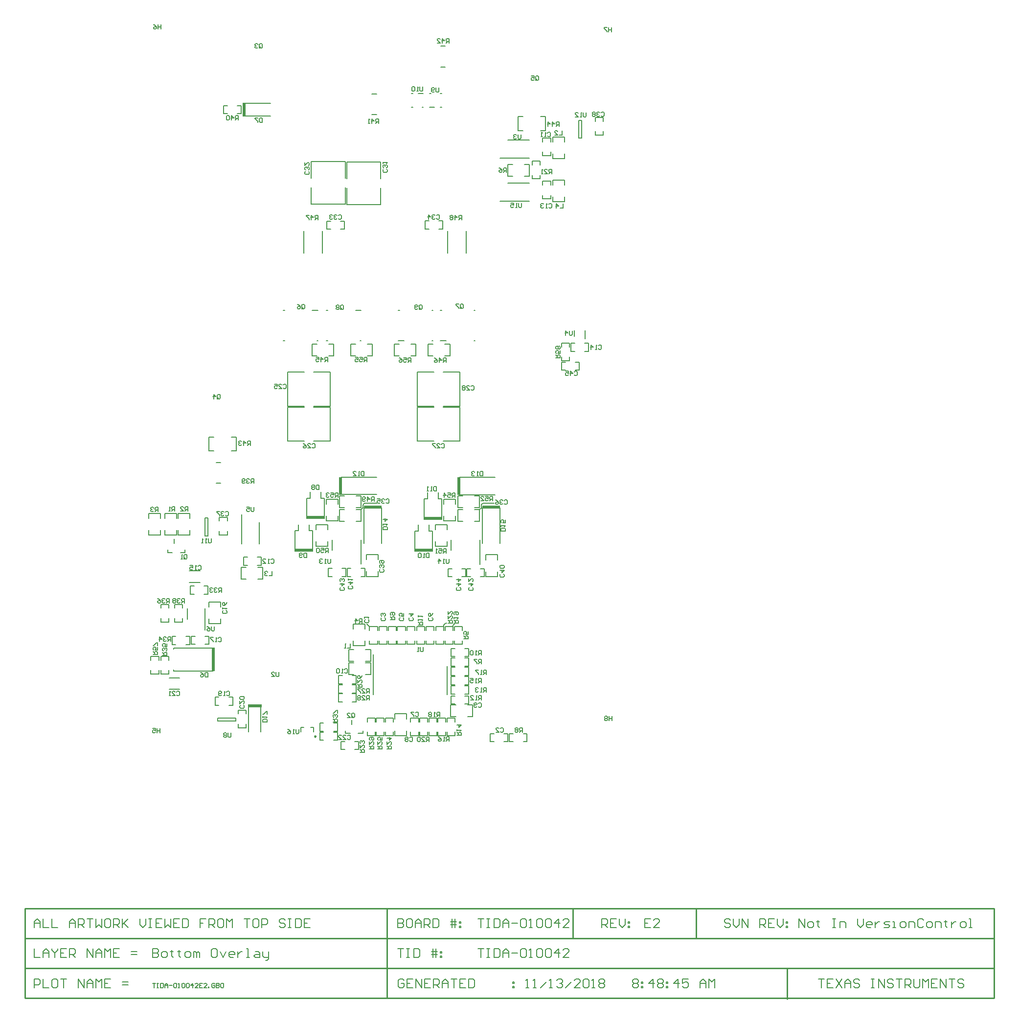
<source format=gbo>
G04*
G04 #@! TF.GenerationSoftware,Altium Limited,Altium Designer,18.1.9 (240)*
G04*
G04 Layer_Color=9218505*
%FSAX25Y25*%
%MOIN*%
G70*
G01*
G75*
%ADD12C,0.00787*%
%ADD16C,0.00700*%
%ADD17C,0.00800*%
%ADD21C,0.00600*%
%ADD22C,0.01000*%
%ADD157C,0.00984*%
%ADD158C,0.00669*%
%ADD159R,0.00787X0.03248*%
%ADD160R,0.12400X0.02000*%
%ADD161R,0.02000X0.12400*%
%ADD162R,0.12600X0.02000*%
%ADD163R,0.02000X0.09200*%
%ADD164R,0.02000X0.16400*%
%ADD165R,0.09200X0.02000*%
G54D12*
X0236609Y0221435D02*
Y0224191D01*
X0234640D02*
X0236609D01*
X0227947Y0221435D02*
Y0224191D01*
X0229916D01*
X0330203Y0344887D02*
Y0351974D01*
X0349888Y0335439D02*
Y0351974D01*
X0249328Y0344921D02*
Y0352008D01*
X0269013Y0335472D02*
Y0352008D01*
X0417416Y0625492D02*
Y0637697D01*
X0419385Y0625492D02*
Y0637697D01*
X0417416Y0625492D02*
X0419385D01*
X0417416Y0637697D02*
X0419385D01*
X0162548Y0354698D02*
Y0366902D01*
X0164516Y0354698D02*
Y0366902D01*
X0162548Y0354698D02*
X0164516D01*
X0162548Y0366902D02*
X0164516D01*
X0310469Y0646476D02*
X0311453D01*
X0303185D02*
X0304169D01*
X0303185Y0655924D02*
X0304169D01*
X0308106D02*
X0311453D01*
X0315685D02*
X0316669D01*
X0322969D02*
X0323953D01*
X0322969Y0646476D02*
X0323953D01*
X0315685D02*
X0319032D01*
X0171409Y0228631D02*
X0183614D01*
X0171409Y0230600D02*
X0183614D01*
Y0228631D02*
Y0230600D01*
X0171409Y0228631D02*
Y0230600D01*
X0150501Y0297811D02*
Y0305291D01*
X0162705Y0290724D02*
X0162705Y0305291D01*
X0414310Y0490678D02*
Y0494615D01*
X0421791Y0489103D02*
Y0494615D01*
X0363641Y0612036D02*
X0383523D01*
X0368956Y0624241D02*
X0383523D01*
X0327522Y0246754D02*
Y0266046D01*
X0277227Y0246754D02*
Y0273920D01*
X0323144Y0688287D02*
X0326294D01*
X0323144Y0674113D02*
X0326294D01*
X0276344Y0641513D02*
X0279494D01*
X0276344Y0655687D02*
X0279494D01*
X0170244Y0404687D02*
X0173394D01*
X0170244Y0390513D02*
X0173394D01*
X0294408Y0487664D02*
X0298345D01*
X0317243D02*
X0318030D01*
X0317243Y0508136D02*
X0318030D01*
X0294408D02*
X0295195D01*
X0265151Y0508129D02*
X0269088D01*
X0245466D02*
X0246253D01*
X0245466Y0487657D02*
X0246253D01*
X0268301D02*
X0269088D01*
X0323104Y0487672D02*
X0327041D01*
X0345939D02*
X0346726D01*
X0345939Y0508145D02*
X0346726D01*
X0323104D02*
X0323891D01*
X0235747Y0508138D02*
X0239684D01*
X0216062D02*
X0216850D01*
X0216062Y0487665D02*
X0216850D01*
X0238897D02*
X0239684D01*
X0267021Y0220144D02*
X0270170D01*
Y0222113D01*
X0258359Y0220144D02*
X0261509D01*
X0258359D02*
Y0222113D01*
X0145875Y0343344D02*
X0149024D01*
Y0345313D01*
X0137213Y0343344D02*
X0140363D01*
X0137213D02*
Y0345313D01*
X0187555Y0349396D02*
Y0369278D01*
X0199760Y0349396D02*
Y0363963D01*
X0363641Y0582659D02*
X0383523D01*
X0368956Y0594864D02*
X0383523D01*
X0242524Y0547320D02*
Y0562280D01*
X0229925Y0547320D02*
Y0562280D01*
X0340524Y0547305D02*
Y0562266D01*
X0327925Y0547305D02*
Y0562266D01*
G54D16*
X0405721Y0467673D02*
X0408319D01*
X0405721D02*
Y0473120D01*
X0408319D01*
X0415119D02*
X0417717D01*
Y0467673D02*
Y0473120D01*
X0415119Y0467673D02*
X0417717D01*
X0405492Y0483300D02*
Y0485898D01*
X0410939D01*
Y0483300D02*
Y0485898D01*
Y0473902D02*
Y0476500D01*
X0405492Y0473902D02*
X0410939D01*
X0405492D02*
Y0476500D01*
X0125773Y0270000D02*
Y0272598D01*
X0131220D01*
Y0270000D02*
Y0272598D01*
Y0260602D02*
Y0263200D01*
X0125773Y0260602D02*
X0131220D01*
X0125773D02*
Y0263200D01*
X0291619Y0477400D02*
X0295019D01*
X0291619D02*
Y0481400D01*
Y0485400D01*
X0295019D01*
X0303019D02*
X0306419D01*
Y0481400D02*
Y0485400D01*
Y0477400D02*
Y0481400D01*
X0303019Y0477400D02*
X0306419D01*
X0261873Y0477402D02*
X0265273D01*
X0261873D02*
Y0481402D01*
Y0485402D01*
X0265273D01*
X0273273D02*
X0276673D01*
Y0481402D02*
Y0485402D01*
Y0477402D02*
Y0481402D01*
X0273273Y0477402D02*
X0276673D01*
X0325373Y0376331D02*
Y0379731D01*
X0329373D01*
X0333373D01*
Y0376331D02*
Y0379731D01*
Y0364931D02*
Y0368331D01*
X0329373Y0364931D02*
X0333373D01*
X0325373D02*
X0329373D01*
X0325373D02*
Y0368331D01*
X0253171Y0364864D02*
Y0368264D01*
X0249171Y0364864D02*
X0253171D01*
X0245171D02*
X0249171D01*
X0245171D02*
Y0368264D01*
Y0376264D02*
Y0379664D01*
X0249171D01*
X0253171D01*
Y0376264D02*
Y0379664D01*
X0346346Y0381831D02*
X0349746D01*
Y0377831D02*
Y0381831D01*
Y0373831D02*
Y0377831D01*
X0346346Y0373831D02*
X0349746D01*
X0334946D02*
X0338346D01*
X0334946D02*
Y0377831D01*
Y0381831D01*
X0338346D01*
X0319546Y0358931D02*
Y0362331D01*
X0323546D01*
X0327546D01*
Y0358931D02*
Y0362331D01*
Y0347531D02*
Y0350931D01*
X0323546Y0347531D02*
X0327546D01*
X0319546D02*
X0323546D01*
X0319546D02*
Y0350931D01*
X0238371Y0358964D02*
Y0362364D01*
X0242371D01*
X0246371D01*
Y0358964D02*
Y0362364D01*
Y0347564D02*
Y0350964D01*
X0242371Y0347564D02*
X0246371D01*
X0238371D02*
X0242371D01*
X0238371D02*
Y0350964D01*
X0265671Y0381864D02*
X0269071D01*
Y0377864D02*
Y0381864D01*
Y0373864D02*
Y0377864D01*
X0265671Y0373864D02*
X0269071D01*
X0254271D02*
X0257671D01*
X0254271D02*
Y0377864D01*
Y0381864D01*
X0257671D01*
X0326119Y0485400D02*
X0329519D01*
Y0481400D02*
Y0485400D01*
Y0477400D02*
Y0481400D01*
X0326119Y0477400D02*
X0329519D01*
X0314719D02*
X0318119D01*
X0314719D02*
Y0481400D01*
Y0485400D01*
X0318119D01*
X0246873Y0485402D02*
X0250273D01*
Y0481402D02*
Y0485402D01*
Y0477402D02*
Y0481402D01*
X0246873Y0477402D02*
X0250273D01*
X0235473D02*
X0238873D01*
X0235473D02*
Y0481402D01*
Y0485402D01*
X0238873D01*
X0375870Y0630636D02*
X0379413D01*
X0375870D02*
Y0640164D01*
X0379413D01*
X0391224D02*
X0394768D01*
Y0630636D02*
Y0640164D01*
X0391224Y0630636D02*
X0394768D01*
X0180524Y0422064D02*
X0184068D01*
Y0412536D02*
Y0422064D01*
X0180524Y0412536D02*
X0184068D01*
X0165170D02*
X0168713D01*
X0165170D02*
Y0422064D01*
X0168713D01*
X0132588Y0305500D02*
Y0308098D01*
X0138034D01*
Y0305500D02*
Y0308098D01*
Y0296102D02*
Y0298700D01*
X0132588Y0296102D02*
X0138034D01*
X0132588D02*
Y0298700D01*
X0132488Y0270000D02*
Y0272598D01*
X0137934D01*
Y0270000D02*
Y0272598D01*
Y0260602D02*
Y0263200D01*
X0132488Y0260602D02*
X0137934D01*
X0132488D02*
Y0263200D01*
X0140166Y0280773D02*
X0142765D01*
X0140166D02*
Y0286220D01*
X0142765D01*
X0149565D02*
X0152163D01*
Y0280773D02*
Y0286220D01*
X0149565Y0280773D02*
X0152163D01*
X0162119Y0320527D02*
X0164717D01*
Y0315080D02*
Y0320527D01*
X0162119Y0315080D02*
X0164717D01*
X0152721D02*
X0155319D01*
X0152721D02*
Y0320527D01*
X0155319D01*
X0278591Y0218702D02*
Y0221300D01*
X0273145Y0218702D02*
X0278591D01*
X0273145D02*
Y0221300D01*
Y0228100D02*
Y0230698D01*
X0278591D01*
Y0228100D02*
Y0230698D01*
X0284791Y0218702D02*
Y0221300D01*
X0279345Y0218702D02*
X0284791D01*
X0279345D02*
Y0221300D01*
Y0228100D02*
Y0230698D01*
X0284791D01*
Y0228100D02*
Y0230698D01*
X0290991Y0218702D02*
Y0221300D01*
X0285545Y0218702D02*
X0290991D01*
X0285545D02*
Y0221300D01*
Y0228100D02*
Y0230698D01*
X0290991D01*
Y0228100D02*
Y0230698D01*
X0255266Y0209173D02*
X0257865D01*
X0255266D02*
Y0214620D01*
X0257865D01*
X0264665D02*
X0267263D01*
Y0209173D02*
Y0214620D01*
X0264665Y0209173D02*
X0267263D01*
X0385642Y0607200D02*
Y0609798D01*
X0391089D01*
Y0607200D02*
Y0609798D01*
Y0597802D02*
Y0600400D01*
X0385642Y0597802D02*
X0391089D01*
X0385642D02*
Y0600400D01*
X0326292Y0290250D02*
Y0292848D01*
X0331739D01*
Y0290250D02*
Y0292848D01*
Y0280851D02*
Y0283450D01*
X0326292Y0280851D02*
X0331739D01*
X0326292D02*
Y0283450D01*
X0330221Y0240273D02*
X0332819D01*
X0330221D02*
Y0245720D01*
X0332819D01*
X0339619D02*
X0342217D01*
Y0240273D02*
Y0245720D01*
X0339619Y0240273D02*
X0342217D01*
X0330221Y0272473D02*
X0332819D01*
X0330221D02*
Y0277920D01*
X0332819D01*
X0339619D02*
X0342217D01*
Y0272473D02*
Y0277920D01*
X0339619Y0272473D02*
X0342217D01*
X0379519Y0220027D02*
X0382117D01*
Y0214580D02*
Y0220027D01*
X0379519Y0214580D02*
X0382117D01*
X0370121D02*
X0372719D01*
X0370121D02*
Y0220027D01*
X0372719D01*
X0380269Y0607700D02*
X0383668D01*
Y0603700D02*
Y0607700D01*
Y0599700D02*
Y0603700D01*
X0380269Y0599700D02*
X0383668D01*
X0368868D02*
X0372269D01*
X0368868D02*
Y0603700D01*
Y0607700D01*
X0372269D01*
X0337946Y0280851D02*
Y0283450D01*
X0332499Y0280851D02*
X0337946D01*
X0332499D02*
Y0283450D01*
Y0290250D02*
Y0292848D01*
X0337946D01*
Y0290250D02*
Y0292848D01*
X0271619Y0279800D02*
Y0283200D01*
X0267619Y0279800D02*
X0271619D01*
X0263619D02*
X0267619D01*
X0263619D02*
Y0283200D01*
Y0291200D02*
Y0294600D01*
X0267619D01*
X0271619D01*
Y0291200D02*
Y0294600D01*
X0132419Y0355300D02*
Y0358700D01*
X0128419Y0355300D02*
X0132419D01*
X0124419D02*
X0128419D01*
X0124419D02*
Y0358700D01*
Y0366700D02*
Y0370100D01*
X0128419D01*
X0132419D01*
Y0366700D02*
Y0370100D01*
X0144219Y0366700D02*
Y0370100D01*
X0148219D01*
X0152219D01*
Y0366700D02*
Y0370100D01*
Y0355300D02*
Y0358700D01*
X0148219Y0355300D02*
X0152219D01*
X0144219D02*
X0148219D01*
X0144219D02*
Y0358700D01*
X0135419Y0366700D02*
Y0370100D01*
X0139419D01*
X0143419D01*
Y0366700D02*
Y0370100D01*
Y0355300D02*
Y0358700D01*
X0139419Y0355300D02*
X0143419D01*
X0135419D02*
X0139419D01*
X0135419D02*
Y0358700D01*
X0407519Y0611639D02*
Y0615039D01*
X0403519Y0611639D02*
X0407519D01*
X0399519D02*
X0403519D01*
X0399519D02*
Y0615039D01*
Y0623039D02*
Y0626439D01*
X0403519D01*
X0407519D01*
Y0623039D02*
Y0626439D01*
X0272119Y0277200D02*
X0275519D01*
Y0273200D02*
Y0277200D01*
Y0269200D02*
Y0273200D01*
X0272119Y0269200D02*
X0275519D01*
X0260719D02*
X0264119D01*
X0260719D02*
Y0273200D01*
Y0277200D01*
X0264119D01*
X0363496Y0349731D02*
Y0373831D01*
X0351796Y0349731D02*
Y0373831D01*
X0282821Y0349764D02*
Y0373864D01*
X0271121Y0349764D02*
Y0373864D01*
X0336073Y0394481D02*
X0360173D01*
X0336073Y0382781D02*
X0360173D01*
X0255416Y0394514D02*
X0279517D01*
X0255416Y0382814D02*
X0279517D01*
X0314373Y0379831D02*
Y0384131D01*
X0312023Y0367061D02*
Y0376131D01*
Y0379831D01*
X0314373D01*
X0321573D02*
X0323923D01*
Y0376131D02*
Y0379831D01*
Y0367061D02*
Y0376131D01*
X0321573Y0379831D02*
Y0384131D01*
X0308119Y0358100D02*
Y0362400D01*
X0305769Y0345330D02*
Y0354400D01*
Y0358100D01*
X0308119D01*
X0315319D02*
X0317669D01*
Y0354400D02*
Y0358100D01*
Y0345330D02*
Y0354400D01*
X0315319Y0358100D02*
Y0362400D01*
X0226416Y0358134D02*
Y0362434D01*
X0224066Y0345364D02*
Y0354434D01*
Y0358134D01*
X0226416D01*
X0233616D02*
X0235966D01*
Y0354434D02*
Y0358134D01*
Y0345364D02*
Y0354434D01*
X0233616Y0358134D02*
Y0362434D01*
X0234371Y0380364D02*
Y0384664D01*
X0232021Y0367594D02*
Y0376664D01*
Y0380364D01*
X0234371D01*
X0241571D02*
X0243921D01*
Y0376664D02*
Y0380364D01*
Y0367594D02*
Y0376664D01*
X0241571Y0380364D02*
Y0384664D01*
X0189719Y0640650D02*
X0207219D01*
X0189719Y0649150D02*
X0207219D01*
X0141214Y0262750D02*
Y0263650D01*
Y0262750D02*
X0167914D01*
X0141214Y0278450D02*
X0167914D01*
X0141214Y0277550D02*
Y0278450D01*
X0337646Y0332451D02*
X0340244D01*
Y0327004D02*
Y0332451D01*
X0337646Y0327004D02*
X0340244D01*
X0328247D02*
X0330846D01*
X0328247D02*
Y0332451D01*
X0330846D01*
X0255971Y0332491D02*
X0258569D01*
Y0327044D02*
Y0332491D01*
X0255971Y0327044D02*
X0258569D01*
X0246573D02*
X0249171D01*
X0246573D02*
Y0332491D01*
X0249171D01*
X0341047Y0327004D02*
X0343646D01*
X0341047D02*
Y0332451D01*
X0343646D01*
X0350446D02*
X0353044D01*
Y0327004D02*
Y0332451D01*
X0350446Y0327004D02*
X0353044D01*
X0259473Y0327038D02*
X0262071D01*
X0259473D02*
Y0332484D01*
X0262071D01*
X0268871D02*
X0271469D01*
Y0327038D02*
Y0332484D01*
X0268871Y0327038D02*
X0271469D01*
X0353946Y0338431D02*
Y0341831D01*
X0357946D01*
X0361946D01*
Y0338431D02*
Y0341831D01*
Y0327031D02*
Y0330431D01*
X0357946Y0327031D02*
X0361946D01*
X0353946D02*
X0357946D01*
X0353946D02*
Y0330431D01*
X0280471Y0327064D02*
Y0330464D01*
X0276471Y0327064D02*
X0280471D01*
X0272471D02*
X0276471D01*
X0272471D02*
Y0330464D01*
Y0338464D02*
Y0341864D01*
X0276471D01*
X0280471D01*
Y0338464D02*
Y0341864D01*
X0428674Y0636995D02*
Y0639593D01*
X0434121D01*
Y0636995D02*
Y0639593D01*
Y0627596D02*
Y0630195D01*
X0428674Y0627596D02*
X0434121D01*
X0428674D02*
Y0630195D01*
X0172406Y0364800D02*
Y0367398D01*
X0177852D01*
Y0364800D02*
Y0367398D01*
Y0355402D02*
Y0358000D01*
X0172406Y0355402D02*
X0177852D01*
X0172406D02*
Y0358000D01*
X0346346Y0372631D02*
X0349746D01*
Y0368631D02*
Y0372631D01*
Y0364631D02*
Y0368631D01*
X0346346Y0364631D02*
X0349746D01*
X0334946D02*
X0338346D01*
X0334946D02*
Y0368631D01*
Y0372631D01*
X0338346D01*
X0254271Y0364664D02*
X0257671D01*
X0254271D02*
Y0368664D01*
Y0372664D01*
X0257671D01*
X0265671D02*
X0269071D01*
Y0368664D02*
Y0372664D01*
Y0364664D02*
Y0368664D01*
X0265671Y0364664D02*
X0269071D01*
X0322124Y0569127D02*
X0324723D01*
Y0563680D02*
Y0569127D01*
X0322124Y0563680D02*
X0324723D01*
X0312726D02*
X0315324D01*
X0312726D02*
Y0569127D01*
X0315324D01*
X0245626Y0563673D02*
X0248224D01*
X0245626D02*
Y0569120D01*
X0248224D01*
X0255024D02*
X0257623D01*
Y0563673D02*
Y0569120D01*
X0255024Y0563673D02*
X0257623D01*
X0185285Y0233516D02*
Y0236114D01*
X0190732D01*
Y0233516D02*
Y0236114D01*
Y0224117D02*
Y0226716D01*
X0185285Y0224117D02*
X0190732D01*
X0185285D02*
Y0226716D01*
X0178912Y0244842D02*
X0181510D01*
Y0239396D02*
Y0244842D01*
X0178912Y0239396D02*
X0181510D01*
X0169514D02*
X0172112D01*
X0169514D02*
Y0244842D01*
X0172112D01*
X0162614Y0286327D02*
X0165212D01*
Y0280880D02*
Y0286327D01*
X0162614Y0280880D02*
X0165212D01*
X0153216D02*
X0155814D01*
X0153216D02*
Y0286327D01*
X0155814D01*
X0165214Y0306200D02*
Y0309600D01*
X0169214D01*
X0173214D01*
Y0306200D02*
Y0309600D01*
Y0294800D02*
Y0298200D01*
X0169214Y0294800D02*
X0173214D01*
X0165214D02*
X0169214D01*
X0165214D02*
Y0298200D01*
X0421450Y0485873D02*
X0424049D01*
Y0480427D02*
Y0485873D01*
X0421450Y0480427D02*
X0424049D01*
X0412052D02*
X0414650D01*
X0412052D02*
Y0485873D01*
X0414650D01*
X0392793Y0622939D02*
Y0625537D01*
X0398239D01*
Y0622939D02*
Y0625537D01*
Y0613540D02*
Y0616139D01*
X0392793Y0613540D02*
X0398239D01*
X0392793D02*
Y0616139D01*
X0300065Y0218700D02*
Y0222100D01*
X0296065Y0218700D02*
X0300065D01*
X0292065D02*
X0296065D01*
X0292065D02*
Y0222100D01*
Y0230100D02*
Y0233500D01*
X0296065D01*
X0300065D01*
Y0230100D02*
Y0233500D01*
X0318719Y0280851D02*
Y0283450D01*
X0313272Y0280851D02*
X0318719D01*
X0313272D02*
Y0283450D01*
Y0290250D02*
Y0292848D01*
X0318719D01*
Y0290250D02*
Y0292848D01*
X0299219Y0280851D02*
Y0283450D01*
X0293772Y0280851D02*
X0299219D01*
X0293772D02*
Y0283450D01*
Y0290250D02*
Y0292848D01*
X0299219D01*
Y0290250D02*
Y0292848D01*
X0305619Y0280851D02*
Y0283450D01*
X0300172Y0280851D02*
X0305619D01*
X0300172D02*
Y0283450D01*
Y0290250D02*
Y0292848D01*
X0305619D01*
Y0290250D02*
Y0292848D01*
X0286746Y0280852D02*
Y0283450D01*
X0281299Y0280852D02*
X0286746D01*
X0281299D02*
Y0283450D01*
Y0290250D02*
Y0292849D01*
X0286746D01*
Y0290250D02*
Y0292849D01*
X0357021Y0214573D02*
X0359619D01*
X0357021D02*
Y0220020D01*
X0359619D01*
X0366419D02*
X0369017D01*
Y0214573D02*
Y0220020D01*
X0366419Y0214573D02*
X0369017D01*
X0280245Y0280802D02*
Y0283400D01*
X0274799Y0280802D02*
X0280245D01*
X0274799D02*
Y0283400D01*
Y0290200D02*
Y0292798D01*
X0280245D01*
Y0290200D02*
Y0292798D01*
X0198458Y0340126D02*
X0201056D01*
Y0334680D02*
Y0340126D01*
X0198458Y0334680D02*
X0201056D01*
X0189059D02*
X0191657D01*
X0189059D02*
Y0340126D01*
X0191657D01*
X0187157Y0325399D02*
X0190558D01*
X0187157D02*
Y0329399D01*
Y0333400D01*
X0190558D01*
X0198557D02*
X0201958D01*
Y0329399D02*
Y0333400D01*
Y0325399D02*
Y0329399D01*
X0198557Y0325399D02*
X0201958D01*
X0392793Y0593561D02*
Y0596160D01*
X0398239D01*
Y0593561D02*
Y0596160D01*
Y0584163D02*
Y0586761D01*
X0392793Y0584163D02*
X0398239D01*
X0392793D02*
Y0586761D01*
X0407519Y0582261D02*
Y0585661D01*
X0403519Y0582261D02*
X0407519D01*
X0399519D02*
X0403519D01*
X0399519D02*
Y0585661D01*
Y0593661D02*
Y0597061D01*
X0403519D01*
X0407519D01*
Y0593661D02*
Y0597061D01*
X0282289Y0580360D02*
Y0591707D01*
X0259148Y0580360D02*
Y0591707D01*
Y0580360D02*
X0282289D01*
X0259148Y0609440D02*
X0282289D01*
Y0598093D02*
Y0609440D01*
X0259148Y0598093D02*
Y0609440D01*
X0258189Y0580460D02*
Y0591807D01*
X0235048Y0580460D02*
Y0591807D01*
Y0580460D02*
X0258189D01*
X0235048Y0609540D02*
X0258189D01*
Y0598193D02*
Y0609540D01*
X0235048Y0598193D02*
Y0609540D01*
X0308191Y0228100D02*
Y0230698D01*
X0302745D02*
X0308191D01*
X0302745Y0228100D02*
Y0230698D01*
Y0218702D02*
Y0221300D01*
Y0218702D02*
X0308191D01*
Y0221300D01*
X0250219Y0215473D02*
X0252817D01*
Y0220920D01*
X0250219D02*
X0252817D01*
X0240821D02*
X0243419D01*
X0240821Y0215473D02*
Y0220920D01*
Y0215473D02*
X0243419D01*
X0339619Y0266073D02*
X0342217D01*
Y0271520D01*
X0339619D02*
X0342217D01*
X0330221D02*
X0332819D01*
X0330221Y0266073D02*
Y0271520D01*
Y0266073D02*
X0332819D01*
X0287566Y0280851D02*
Y0283450D01*
Y0280851D02*
X0293012D01*
Y0283450D01*
Y0290250D02*
Y0292848D01*
X0287566D02*
X0293012D01*
X0287566Y0290250D02*
Y0292848D01*
X0306872Y0280851D02*
Y0283450D01*
Y0280851D02*
X0312319D01*
Y0283450D01*
Y0290250D02*
Y0292848D01*
X0306872D02*
X0312319D01*
X0306872Y0290250D02*
Y0292848D01*
X0330321Y0252527D02*
X0332919D01*
X0330321Y0247080D02*
Y0252527D01*
Y0247080D02*
X0332919D01*
X0339719D02*
X0342317D01*
Y0252527D01*
X0339719D02*
X0342317D01*
X0327538Y0218702D02*
Y0221300D01*
Y0218702D02*
X0332985D01*
Y0221300D01*
Y0228100D02*
Y0230698D01*
X0327538D02*
X0332985D01*
X0327538Y0228100D02*
Y0230698D01*
X0330221Y0258827D02*
X0332819D01*
X0330221Y0253380D02*
Y0258827D01*
Y0253380D02*
X0332819D01*
X0339619D02*
X0342217D01*
Y0258827D01*
X0339619D02*
X0342217D01*
X0321338Y0218702D02*
Y0221300D01*
Y0218702D02*
X0326785D01*
Y0221300D01*
Y0228100D02*
Y0230698D01*
X0321338D02*
X0326785D01*
X0321338Y0228100D02*
Y0230698D01*
X0330221Y0265127D02*
X0332819D01*
X0330221Y0259680D02*
Y0265127D01*
Y0259680D02*
X0332819D01*
X0339619D02*
X0342217D01*
Y0265127D01*
X0339619D02*
X0342217D01*
X0315138Y0218702D02*
Y0221300D01*
Y0218702D02*
X0320585D01*
Y0221300D01*
Y0228100D02*
Y0230698D01*
X0315138D02*
X0320585D01*
X0315138Y0228100D02*
Y0230698D01*
X0308938Y0218702D02*
Y0221300D01*
Y0218702D02*
X0314385D01*
Y0221300D01*
Y0228100D02*
Y0230698D01*
X0308938D02*
X0314385D01*
X0308938Y0228100D02*
Y0230698D01*
X0325319Y0290250D02*
Y0292848D01*
X0319872D02*
X0325319D01*
X0319872Y0290250D02*
Y0292848D01*
Y0280851D02*
Y0283450D01*
Y0280851D02*
X0325319D01*
Y0283450D01*
X0253621Y0259527D02*
X0256219D01*
X0253621Y0254080D02*
Y0259527D01*
Y0254080D02*
X0256219D01*
X0263019D02*
X0265617D01*
Y0259527D01*
X0263019D02*
X0265617D01*
X0253621Y0253227D02*
X0256219D01*
X0253621Y0247780D02*
Y0253227D01*
Y0247780D02*
X0256219D01*
X0263019D02*
X0265617D01*
Y0253227D01*
X0263019D02*
X0265617D01*
X0253621Y0247127D02*
X0256219D01*
X0253621Y0241680D02*
Y0247127D01*
Y0241680D02*
X0256219D01*
X0263019D02*
X0265617D01*
Y0247127D01*
X0263019D02*
X0265617D01*
X0240821Y0227227D02*
X0243419D01*
X0240821Y0221780D02*
Y0227227D01*
Y0221780D02*
X0243419D01*
X0250219D02*
X0252817D01*
Y0227227D01*
X0250219D02*
X0252817D01*
X0147441Y0305500D02*
Y0308098D01*
X0141994D02*
X0147441D01*
X0141994Y0305500D02*
Y0308098D01*
Y0296102D02*
Y0298700D01*
Y0296102D02*
X0147441D01*
Y0298700D01*
X0175221Y0647627D02*
X0177819D01*
X0175221Y0642180D02*
Y0647627D01*
Y0642180D02*
X0177819D01*
X0184619D02*
X0187217D01*
Y0647627D01*
X0184619D02*
X0187217D01*
X0330119Y0239500D02*
X0333519D01*
X0330119Y0235500D02*
Y0239500D01*
Y0231500D02*
Y0235500D01*
Y0231500D02*
X0333519D01*
X0341519D02*
X0344919D01*
Y0235500D01*
Y0239500D01*
X0341519D02*
X0344919D01*
X0272119Y0260400D02*
X0275519D01*
Y0264400D01*
Y0268400D01*
X0272119D02*
X0275519D01*
X0260719D02*
X0264119D01*
X0260719Y0264400D02*
Y0268400D01*
Y0260400D02*
Y0264400D01*
Y0260400D02*
X0264119D01*
X0236612Y0466171D02*
X0247959D01*
X0236612Y0443029D02*
X0247959D01*
Y0466171D01*
X0218879Y0443029D02*
Y0466171D01*
X0230226D01*
X0218879Y0443029D02*
X0230226D01*
X0236548Y0442271D02*
X0247895D01*
X0236548Y0419130D02*
X0247895D01*
Y0442271D01*
X0218815Y0419130D02*
Y0442271D01*
X0230162D01*
X0218815Y0419130D02*
X0230162D01*
X0307143D02*
X0318489D01*
X0307143Y0442271D02*
X0318489D01*
X0307143Y0419130D02*
Y0442271D01*
X0336223Y0419130D02*
Y0442271D01*
X0324876Y0419130D02*
X0336223D01*
X0324876Y0442271D02*
X0336223D01*
X0307143Y0443029D02*
X0318489D01*
X0307143Y0466171D02*
X0318489D01*
X0307143Y0443029D02*
Y0466171D01*
X0336223Y0443029D02*
Y0466171D01*
X0324876Y0443029D02*
X0336223D01*
X0324876Y0466171D02*
X0336223D01*
X0200764Y0221200D02*
Y0238700D01*
X0192264Y0221200D02*
Y0238700D01*
G54D17*
X0126900Y0073549D02*
Y0067551D01*
X0129899D01*
X0130899Y0068550D01*
Y0069550D01*
X0129899Y0070550D01*
X0126900D01*
X0129899D01*
X0130899Y0071549D01*
Y0072549D01*
X0129899Y0073549D01*
X0126900D01*
X0133898Y0067551D02*
X0135897D01*
X0136897Y0068550D01*
Y0070550D01*
X0135897Y0071549D01*
X0133898D01*
X0132898Y0070550D01*
Y0068550D01*
X0133898Y0067551D01*
X0139896Y0072549D02*
Y0071549D01*
X0138896D01*
X0140895D01*
X0139896D01*
Y0068550D01*
X0140895Y0067551D01*
X0144894Y0072549D02*
Y0071549D01*
X0143895D01*
X0145894D01*
X0144894D01*
Y0068550D01*
X0145894Y0067551D01*
X0149893D02*
X0151892D01*
X0152892Y0068550D01*
Y0070550D01*
X0151892Y0071549D01*
X0149893D01*
X0148893Y0070550D01*
Y0068550D01*
X0149893Y0067551D01*
X0154891D02*
Y0071549D01*
X0155891D01*
X0156890Y0070550D01*
Y0067551D01*
Y0070550D01*
X0157890Y0071549D01*
X0158890Y0070550D01*
Y0067551D01*
X0169886Y0073549D02*
X0167887D01*
X0166887Y0072549D01*
Y0068550D01*
X0167887Y0067551D01*
X0169886D01*
X0170886Y0068550D01*
Y0072549D01*
X0169886Y0073549D01*
X0172885Y0071549D02*
X0174884Y0067551D01*
X0176884Y0071549D01*
X0181882Y0067551D02*
X0179883D01*
X0178883Y0068550D01*
Y0070550D01*
X0179883Y0071549D01*
X0181882D01*
X0182882Y0070550D01*
Y0069550D01*
X0178883D01*
X0184881Y0071549D02*
Y0067551D01*
Y0069550D01*
X0185881Y0070550D01*
X0186881Y0071549D01*
X0187880D01*
X0190879Y0067551D02*
X0192879D01*
X0191879D01*
Y0073549D01*
X0190879D01*
X0196877Y0071549D02*
X0198877D01*
X0199876Y0070550D01*
Y0067551D01*
X0196877D01*
X0195878Y0068550D01*
X0196877Y0069550D01*
X0199876D01*
X0201876Y0071549D02*
Y0068550D01*
X0202875Y0067551D01*
X0205874D01*
Y0066551D01*
X0204875Y0065551D01*
X0203875D01*
X0205874Y0067551D02*
Y0071549D01*
X0348550Y0073498D02*
X0352549D01*
X0350549D01*
Y0067500D01*
X0354548Y0073498D02*
X0356547D01*
X0355548D01*
Y0067500D01*
X0354548D01*
X0356547D01*
X0359546Y0073498D02*
Y0067500D01*
X0362545D01*
X0363545Y0068500D01*
Y0072498D01*
X0362545Y0073498D01*
X0359546D01*
X0365545Y0067500D02*
Y0071499D01*
X0367544Y0073498D01*
X0369543Y0071499D01*
Y0067500D01*
Y0070499D01*
X0365545D01*
X0371543D02*
X0375541D01*
X0377541Y0072498D02*
X0378540Y0073498D01*
X0380540D01*
X0381539Y0072498D01*
Y0068500D01*
X0380540Y0067500D01*
X0378540D01*
X0377541Y0068500D01*
Y0072498D01*
X0383539Y0067500D02*
X0385538D01*
X0384538D01*
Y0073498D01*
X0383539Y0072498D01*
X0388537D02*
X0389537Y0073498D01*
X0391536D01*
X0392536Y0072498D01*
Y0068500D01*
X0391536Y0067500D01*
X0389537D01*
X0388537Y0068500D01*
Y0072498D01*
X0394535D02*
X0395535Y0073498D01*
X0397534D01*
X0398534Y0072498D01*
Y0068500D01*
X0397534Y0067500D01*
X0395535D01*
X0394535Y0068500D01*
Y0072498D01*
X0403532Y0067500D02*
Y0073498D01*
X0400533Y0070499D01*
X0404532D01*
X0410530Y0067500D02*
X0406531D01*
X0410530Y0071499D01*
Y0072498D01*
X0409530Y0073498D01*
X0407531D01*
X0406531Y0072498D01*
X0294000Y0073498D02*
X0297999D01*
X0295999D01*
Y0067500D01*
X0299998Y0073498D02*
X0301997D01*
X0300998D01*
Y0067500D01*
X0299998D01*
X0301997D01*
X0304996Y0073498D02*
Y0067500D01*
X0307996D01*
X0308995Y0068500D01*
Y0072498D01*
X0307996Y0073498D01*
X0304996D01*
X0317992Y0067500D02*
Y0073498D01*
X0319992D02*
Y0067500D01*
X0316993Y0071499D02*
X0319992D01*
X0320991D01*
X0316993Y0069499D02*
X0320991D01*
X0322991Y0071499D02*
X0323990D01*
Y0070499D01*
X0322991D01*
Y0071499D01*
Y0068500D02*
X0323990D01*
Y0067500D01*
X0322991D01*
Y0068500D01*
X0580500Y0052965D02*
X0584499D01*
X0582499D01*
Y0046966D01*
X0590497Y0052965D02*
X0586498D01*
Y0046966D01*
X0590497D01*
X0586498Y0049966D02*
X0588497D01*
X0592496Y0052965D02*
X0596495Y0046966D01*
Y0052965D02*
X0592496Y0046966D01*
X0598494D02*
Y0050965D01*
X0600493Y0052965D01*
X0602493Y0050965D01*
Y0046966D01*
Y0049966D01*
X0598494D01*
X0608491Y0051965D02*
X0607491Y0052965D01*
X0605492D01*
X0604492Y0051965D01*
Y0050965D01*
X0605492Y0049966D01*
X0607491D01*
X0608491Y0048966D01*
Y0047966D01*
X0607491Y0046966D01*
X0605492D01*
X0604492Y0047966D01*
X0616488Y0052965D02*
X0618488D01*
X0617488D01*
Y0046966D01*
X0616488D01*
X0618488D01*
X0621487D02*
Y0052965D01*
X0625486Y0046966D01*
Y0052965D01*
X0631484Y0051965D02*
X0630484Y0052965D01*
X0628484D01*
X0627485Y0051965D01*
Y0050965D01*
X0628484Y0049966D01*
X0630484D01*
X0631484Y0048966D01*
Y0047966D01*
X0630484Y0046966D01*
X0628484D01*
X0627485Y0047966D01*
X0633483Y0052965D02*
X0637482D01*
X0635482D01*
Y0046966D01*
X0639481D02*
Y0052965D01*
X0642480D01*
X0643480Y0051965D01*
Y0049966D01*
X0642480Y0048966D01*
X0639481D01*
X0641480D02*
X0643480Y0046966D01*
X0645479Y0052965D02*
Y0047966D01*
X0646479Y0046966D01*
X0648478D01*
X0649478Y0047966D01*
Y0052965D01*
X0651477Y0046966D02*
Y0052965D01*
X0653476Y0050965D01*
X0655476Y0052965D01*
Y0046966D01*
X0661474Y0052965D02*
X0657475D01*
Y0046966D01*
X0661474D01*
X0657475Y0049966D02*
X0659474D01*
X0663473Y0046966D02*
Y0052965D01*
X0667472Y0046966D01*
Y0052965D01*
X0669471D02*
X0673470D01*
X0671471D01*
Y0046966D01*
X0679468Y0051965D02*
X0678468Y0052965D01*
X0676469D01*
X0675469Y0051965D01*
Y0050965D01*
X0676469Y0049966D01*
X0678468D01*
X0679468Y0048966D01*
Y0047966D01*
X0678468Y0046966D01*
X0676469D01*
X0675469Y0047966D01*
X0454050Y0051965D02*
X0455050Y0052965D01*
X0457049D01*
X0458049Y0051965D01*
Y0050965D01*
X0457049Y0049966D01*
X0458049Y0048966D01*
Y0047966D01*
X0457049Y0046966D01*
X0455050D01*
X0454050Y0047966D01*
Y0048966D01*
X0455050Y0049966D01*
X0454050Y0050965D01*
Y0051965D01*
X0455050Y0049966D02*
X0457049D01*
X0460048Y0050965D02*
X0461048D01*
Y0049966D01*
X0460048D01*
Y0050965D01*
Y0047966D02*
X0461048D01*
Y0046966D01*
X0460048D01*
Y0047966D01*
X0468046Y0046966D02*
Y0052965D01*
X0465046Y0049966D01*
X0469045D01*
X0471044Y0051965D02*
X0472044Y0052965D01*
X0474044D01*
X0475043Y0051965D01*
Y0050965D01*
X0474044Y0049966D01*
X0475043Y0048966D01*
Y0047966D01*
X0474044Y0046966D01*
X0472044D01*
X0471044Y0047966D01*
Y0048966D01*
X0472044Y0049966D01*
X0471044Y0050965D01*
Y0051965D01*
X0472044Y0049966D02*
X0474044D01*
X0477043Y0050965D02*
X0478042D01*
Y0049966D01*
X0477043D01*
Y0050965D01*
Y0047966D02*
X0478042D01*
Y0046966D01*
X0477043D01*
Y0047966D01*
X0485040Y0046966D02*
Y0052965D01*
X0482041Y0049966D01*
X0486040D01*
X0492038Y0052965D02*
X0488039D01*
Y0049966D01*
X0490038Y0050965D01*
X0491038D01*
X0492038Y0049966D01*
Y0047966D01*
X0491038Y0046966D01*
X0489039D01*
X0488039Y0047966D01*
X0500035Y0046966D02*
Y0050965D01*
X0502035Y0052965D01*
X0504034Y0050965D01*
Y0046966D01*
Y0049966D01*
X0500035D01*
X0506033Y0046966D02*
Y0052965D01*
X0508033Y0050965D01*
X0510032Y0052965D01*
Y0046966D01*
X0046350D02*
Y0052965D01*
X0049349D01*
X0050349Y0051965D01*
Y0049966D01*
X0049349Y0048966D01*
X0046350D01*
X0052348Y0052965D02*
Y0046966D01*
X0056347D01*
X0061345Y0052965D02*
X0059346D01*
X0058346Y0051965D01*
Y0047966D01*
X0059346Y0046966D01*
X0061345D01*
X0062345Y0047966D01*
Y0051965D01*
X0061345Y0052965D01*
X0064344D02*
X0068343D01*
X0066343D01*
Y0046966D01*
X0076340D02*
Y0052965D01*
X0080339Y0046966D01*
Y0052965D01*
X0082338Y0046966D02*
Y0050965D01*
X0084338Y0052965D01*
X0086337Y0050965D01*
Y0046966D01*
Y0049966D01*
X0082338D01*
X0088336Y0046966D02*
Y0052965D01*
X0090336Y0050965D01*
X0092335Y0052965D01*
Y0046966D01*
X0098333Y0052965D02*
X0094335D01*
Y0046966D01*
X0098333D01*
X0094335Y0049966D02*
X0096334D01*
X0106331Y0048966D02*
X0110329D01*
X0106331Y0050965D02*
X0110329D01*
X0046350Y0073549D02*
Y0067551D01*
X0050349D01*
X0052348D02*
Y0071549D01*
X0054347Y0073549D01*
X0056347Y0071549D01*
Y0067551D01*
Y0070550D01*
X0052348D01*
X0058346Y0073549D02*
Y0072549D01*
X0060346Y0070550D01*
X0062345Y0072549D01*
Y0073549D01*
X0060346Y0070550D02*
Y0067551D01*
X0068343Y0073549D02*
X0064344D01*
Y0067551D01*
X0068343D01*
X0064344Y0070550D02*
X0066343D01*
X0070342Y0067551D02*
Y0073549D01*
X0073341D01*
X0074341Y0072549D01*
Y0070550D01*
X0073341Y0069550D01*
X0070342D01*
X0072342D02*
X0074341Y0067551D01*
X0082338D02*
Y0073549D01*
X0086337Y0067551D01*
Y0073549D01*
X0088336Y0067551D02*
Y0071549D01*
X0090336Y0073549D01*
X0092335Y0071549D01*
Y0067551D01*
Y0070550D01*
X0088336D01*
X0094335Y0067551D02*
Y0073549D01*
X0096334Y0071549D01*
X0098333Y0073549D01*
Y0067551D01*
X0104331Y0073549D02*
X0100332D01*
Y0067551D01*
X0104331D01*
X0100332Y0070550D02*
X0102332D01*
X0112329Y0069550D02*
X0116327D01*
X0112329Y0071549D02*
X0116327D01*
X0294000Y0093831D02*
Y0087833D01*
X0296999D01*
X0297999Y0088833D01*
Y0089833D01*
X0296999Y0090832D01*
X0294000D01*
X0296999D01*
X0297999Y0091832D01*
Y0092832D01*
X0296999Y0093831D01*
X0294000D01*
X0302997D02*
X0300998D01*
X0299998Y0092832D01*
Y0088833D01*
X0300998Y0087833D01*
X0302997D01*
X0303997Y0088833D01*
Y0092832D01*
X0302997Y0093831D01*
X0305996Y0087833D02*
Y0091832D01*
X0307996Y0093831D01*
X0309995Y0091832D01*
Y0087833D01*
Y0090832D01*
X0305996D01*
X0311994Y0087833D02*
Y0093831D01*
X0314993D01*
X0315993Y0092832D01*
Y0090832D01*
X0314993Y0089833D01*
X0311994D01*
X0313994D02*
X0315993Y0087833D01*
X0317992Y0093831D02*
Y0087833D01*
X0320991D01*
X0321991Y0088833D01*
Y0092832D01*
X0320991Y0093831D01*
X0317992D01*
X0330988Y0087833D02*
Y0093831D01*
X0332987D02*
Y0087833D01*
X0329988Y0091832D02*
X0332987D01*
X0333987D01*
X0329988Y0089833D02*
X0333987D01*
X0335986Y0091832D02*
X0336986D01*
Y0090832D01*
X0335986D01*
Y0091832D01*
Y0088833D02*
X0336986D01*
Y0087833D01*
X0335986D01*
Y0088833D01*
X0348550Y0093831D02*
X0352549D01*
X0350549D01*
Y0087833D01*
X0354548Y0093831D02*
X0356547D01*
X0355548D01*
Y0087833D01*
X0354548D01*
X0356547D01*
X0359546Y0093831D02*
Y0087833D01*
X0362545D01*
X0363545Y0088833D01*
Y0092832D01*
X0362545Y0093831D01*
X0359546D01*
X0365545Y0087833D02*
Y0091832D01*
X0367544Y0093831D01*
X0369543Y0091832D01*
Y0087833D01*
Y0090832D01*
X0365545D01*
X0371543D02*
X0375541D01*
X0377541Y0092832D02*
X0378540Y0093831D01*
X0380540D01*
X0381539Y0092832D01*
Y0088833D01*
X0380540Y0087833D01*
X0378540D01*
X0377541Y0088833D01*
Y0092832D01*
X0383539Y0087833D02*
X0385538D01*
X0384538D01*
Y0093831D01*
X0383539Y0092832D01*
X0388537D02*
X0389537Y0093831D01*
X0391536D01*
X0392536Y0092832D01*
Y0088833D01*
X0391536Y0087833D01*
X0389537D01*
X0388537Y0088833D01*
Y0092832D01*
X0394535D02*
X0395535Y0093831D01*
X0397534D01*
X0398534Y0092832D01*
Y0088833D01*
X0397534Y0087833D01*
X0395535D01*
X0394535Y0088833D01*
Y0092832D01*
X0403532Y0087833D02*
Y0093831D01*
X0400533Y0090832D01*
X0404532D01*
X0410530Y0087833D02*
X0406531D01*
X0410530Y0091832D01*
Y0092832D01*
X0409530Y0093831D01*
X0407531D01*
X0406531Y0092832D01*
X0466149Y0093831D02*
X0462150D01*
Y0087833D01*
X0466149D01*
X0462150Y0090832D02*
X0464149D01*
X0472147Y0087833D02*
X0468148D01*
X0472147Y0091832D01*
Y0092832D01*
X0471147Y0093831D01*
X0469148D01*
X0468148Y0092832D01*
X0046350Y0087833D02*
Y0091832D01*
X0048349Y0093831D01*
X0050349Y0091832D01*
Y0087833D01*
Y0090832D01*
X0046350D01*
X0052348Y0093831D02*
Y0087833D01*
X0056347D01*
X0058346Y0093831D02*
Y0087833D01*
X0062345D01*
X0070342D02*
Y0091832D01*
X0072342Y0093831D01*
X0074341Y0091832D01*
Y0087833D01*
Y0090832D01*
X0070342D01*
X0076340Y0087833D02*
Y0093831D01*
X0079339D01*
X0080339Y0092832D01*
Y0090832D01*
X0079339Y0089833D01*
X0076340D01*
X0078340D02*
X0080339Y0087833D01*
X0082338Y0093831D02*
X0086337D01*
X0084338D01*
Y0087833D01*
X0088336Y0093831D02*
Y0087833D01*
X0090336Y0089833D01*
X0092335Y0087833D01*
Y0093831D01*
X0097334D02*
X0095334D01*
X0094335Y0092832D01*
Y0088833D01*
X0095334Y0087833D01*
X0097334D01*
X0098333Y0088833D01*
Y0092832D01*
X0097334Y0093831D01*
X0100332Y0087833D02*
Y0093831D01*
X0103332D01*
X0104331Y0092832D01*
Y0090832D01*
X0103332Y0089833D01*
X0100332D01*
X0102332D02*
X0104331Y0087833D01*
X0106331Y0093831D02*
Y0087833D01*
Y0089833D01*
X0110329Y0093831D01*
X0107330Y0090832D01*
X0110329Y0087833D01*
X0118327Y0093831D02*
Y0089833D01*
X0120326Y0087833D01*
X0122325Y0089833D01*
Y0093831D01*
X0124325D02*
X0126324D01*
X0125324D01*
Y0087833D01*
X0124325D01*
X0126324D01*
X0133322Y0093831D02*
X0129323D01*
Y0087833D01*
X0133322D01*
X0129323Y0090832D02*
X0131323D01*
X0135321Y0093831D02*
Y0087833D01*
X0137321Y0089833D01*
X0139320Y0087833D01*
Y0093831D01*
X0145318D02*
X0141319D01*
Y0087833D01*
X0145318D01*
X0141319Y0090832D02*
X0143319D01*
X0147317Y0093831D02*
Y0087833D01*
X0150316D01*
X0151316Y0088833D01*
Y0092832D01*
X0150316Y0093831D01*
X0147317D01*
X0163312D02*
X0159313D01*
Y0090832D01*
X0161313D01*
X0159313D01*
Y0087833D01*
X0165312D02*
Y0093831D01*
X0168310D01*
X0169310Y0092832D01*
Y0090832D01*
X0168310Y0089833D01*
X0165312D01*
X0167311D02*
X0169310Y0087833D01*
X0174309Y0093831D02*
X0172309D01*
X0171310Y0092832D01*
Y0088833D01*
X0172309Y0087833D01*
X0174309D01*
X0175308Y0088833D01*
Y0092832D01*
X0174309Y0093831D01*
X0177308Y0087833D02*
Y0093831D01*
X0179307Y0091832D01*
X0181306Y0093831D01*
Y0087833D01*
X0189304Y0093831D02*
X0193303D01*
X0191303D01*
Y0087833D01*
X0198301Y0093831D02*
X0196301D01*
X0195302Y0092832D01*
Y0088833D01*
X0196301Y0087833D01*
X0198301D01*
X0199301Y0088833D01*
Y0092832D01*
X0198301Y0093831D01*
X0201300Y0087833D02*
Y0093831D01*
X0204299D01*
X0205299Y0092832D01*
Y0090832D01*
X0204299Y0089833D01*
X0201300D01*
X0217295Y0092832D02*
X0216295Y0093831D01*
X0214296D01*
X0213296Y0092832D01*
Y0091832D01*
X0214296Y0090832D01*
X0216295D01*
X0217295Y0089833D01*
Y0088833D01*
X0216295Y0087833D01*
X0214296D01*
X0213296Y0088833D01*
X0219294Y0093831D02*
X0221293D01*
X0220294D01*
Y0087833D01*
X0219294D01*
X0221293D01*
X0224292Y0093831D02*
Y0087833D01*
X0227291D01*
X0228291Y0088833D01*
Y0092832D01*
X0227291Y0093831D01*
X0224292D01*
X0234289D02*
X0230291D01*
Y0087833D01*
X0234289D01*
X0230291Y0090832D02*
X0232290D01*
X0298199Y0051965D02*
X0297199Y0052965D01*
X0295200D01*
X0294200Y0051965D01*
Y0047966D01*
X0295200Y0046966D01*
X0297199D01*
X0298199Y0047966D01*
Y0049966D01*
X0296199D01*
X0304197Y0052965D02*
X0300198D01*
Y0046966D01*
X0304197D01*
X0300198Y0049966D02*
X0302197D01*
X0306196Y0046966D02*
Y0052965D01*
X0310195Y0046966D01*
Y0052965D01*
X0316193D02*
X0312194D01*
Y0046966D01*
X0316193D01*
X0312194Y0049966D02*
X0314194D01*
X0318192Y0046966D02*
Y0052965D01*
X0321191D01*
X0322191Y0051965D01*
Y0049966D01*
X0321191Y0048966D01*
X0318192D01*
X0320192D02*
X0322191Y0046966D01*
X0324190D02*
Y0050965D01*
X0326190Y0052965D01*
X0328189Y0050965D01*
Y0046966D01*
Y0049966D01*
X0324190D01*
X0330188Y0052965D02*
X0334187D01*
X0332188D01*
Y0046966D01*
X0340185Y0052965D02*
X0336186D01*
Y0046966D01*
X0340185D01*
X0336186Y0049966D02*
X0338186D01*
X0342184Y0052965D02*
Y0046966D01*
X0345183D01*
X0346183Y0047966D01*
Y0051965D01*
X0345183Y0052965D01*
X0342184D01*
X0372175Y0050965D02*
X0373175D01*
Y0049966D01*
X0372175D01*
Y0050965D01*
Y0047966D02*
X0373175D01*
Y0046966D01*
X0372175D01*
Y0047966D01*
X0381150Y0046966D02*
X0383149D01*
X0382150D01*
Y0052965D01*
X0381150Y0051965D01*
X0386148Y0046966D02*
X0388148D01*
X0387148D01*
Y0052965D01*
X0386148Y0051965D01*
X0391147Y0046966D02*
X0395146Y0050965D01*
X0397145Y0046966D02*
X0399144D01*
X0398145D01*
Y0052965D01*
X0397145Y0051965D01*
X0402143D02*
X0403143Y0052965D01*
X0405142D01*
X0406142Y0051965D01*
Y0050965D01*
X0405142Y0049966D01*
X0404143D01*
X0405142D01*
X0406142Y0048966D01*
Y0047966D01*
X0405142Y0046966D01*
X0403143D01*
X0402143Y0047966D01*
X0408141Y0046966D02*
X0412140Y0050965D01*
X0418138Y0046966D02*
X0414139D01*
X0418138Y0050965D01*
Y0051965D01*
X0417138Y0052965D01*
X0415139D01*
X0414139Y0051965D01*
X0420137D02*
X0421137Y0052965D01*
X0423136D01*
X0424136Y0051965D01*
Y0047966D01*
X0423136Y0046966D01*
X0421137D01*
X0420137Y0047966D01*
Y0051965D01*
X0426135Y0046966D02*
X0428135D01*
X0427135D01*
Y0052965D01*
X0426135Y0051965D01*
X0431134D02*
X0432133Y0052965D01*
X0434133D01*
X0435133Y0051965D01*
Y0050965D01*
X0434133Y0049966D01*
X0435133Y0048966D01*
Y0047966D01*
X0434133Y0046966D01*
X0432133D01*
X0431134Y0047966D01*
Y0048966D01*
X0432133Y0049966D01*
X0431134Y0050965D01*
Y0051965D01*
X0432133Y0049966D02*
X0434133D01*
X0433000Y0087833D02*
Y0093831D01*
X0435999D01*
X0436999Y0092832D01*
Y0090832D01*
X0435999Y0089833D01*
X0433000D01*
X0434999D02*
X0436999Y0087833D01*
X0442997Y0093831D02*
X0438998D01*
Y0087833D01*
X0442997D01*
X0438998Y0090832D02*
X0440997D01*
X0444996Y0093831D02*
Y0089833D01*
X0446995Y0087833D01*
X0448995Y0089833D01*
Y0093831D01*
X0450994Y0091832D02*
X0451994D01*
Y0090832D01*
X0450994D01*
Y0091832D01*
Y0088833D02*
X0451994D01*
Y0087833D01*
X0450994D01*
Y0088833D01*
X0520799Y0092832D02*
X0519799Y0093831D01*
X0517800D01*
X0516800Y0092832D01*
Y0091832D01*
X0517800Y0090832D01*
X0519799D01*
X0520799Y0089833D01*
Y0088833D01*
X0519799Y0087833D01*
X0517800D01*
X0516800Y0088833D01*
X0522798Y0093831D02*
Y0089833D01*
X0524797Y0087833D01*
X0526797Y0089833D01*
Y0093831D01*
X0528796Y0087833D02*
Y0093831D01*
X0532795Y0087833D01*
Y0093831D01*
X0540792Y0087833D02*
Y0093831D01*
X0543791D01*
X0544791Y0092832D01*
Y0090832D01*
X0543791Y0089833D01*
X0540792D01*
X0542792D02*
X0544791Y0087833D01*
X0550789Y0093831D02*
X0546790D01*
Y0087833D01*
X0550789D01*
X0546790Y0090832D02*
X0548790D01*
X0552788Y0093831D02*
Y0089833D01*
X0554788Y0087833D01*
X0556787Y0089833D01*
Y0093831D01*
X0558786Y0091832D02*
X0559786D01*
Y0090832D01*
X0558786D01*
Y0091832D01*
Y0088833D02*
X0559786D01*
Y0087833D01*
X0558786D01*
Y0088833D01*
X0567400Y0087833D02*
Y0093831D01*
X0571399Y0087833D01*
Y0093831D01*
X0574398Y0087833D02*
X0576397D01*
X0577397Y0088833D01*
Y0090832D01*
X0576397Y0091832D01*
X0574398D01*
X0573398Y0090832D01*
Y0088833D01*
X0574398Y0087833D01*
X0580396Y0092832D02*
Y0091832D01*
X0579396D01*
X0581395D01*
X0580396D01*
Y0088833D01*
X0581395Y0087833D01*
X0590393Y0093831D02*
X0592392D01*
X0591392D01*
Y0087833D01*
X0590393D01*
X0592392D01*
X0595391D02*
Y0091832D01*
X0598390D01*
X0599390Y0090832D01*
Y0087833D01*
X0607387Y0093831D02*
Y0089833D01*
X0609386Y0087833D01*
X0611386Y0089833D01*
Y0093831D01*
X0616384Y0087833D02*
X0614385D01*
X0613385Y0088833D01*
Y0090832D01*
X0614385Y0091832D01*
X0616384D01*
X0617384Y0090832D01*
Y0089833D01*
X0613385D01*
X0619383Y0091832D02*
Y0087833D01*
Y0089833D01*
X0620383Y0090832D01*
X0621383Y0091832D01*
X0622382D01*
X0625381Y0087833D02*
X0628380D01*
X0629380Y0088833D01*
X0628380Y0089833D01*
X0626381D01*
X0625381Y0090832D01*
X0626381Y0091832D01*
X0629380D01*
X0631379Y0087833D02*
X0633379D01*
X0632379D01*
Y0091832D01*
X0631379D01*
X0637377Y0087833D02*
X0639377D01*
X0640376Y0088833D01*
Y0090832D01*
X0639377Y0091832D01*
X0637377D01*
X0636378Y0090832D01*
Y0088833D01*
X0637377Y0087833D01*
X0642376D02*
Y0091832D01*
X0645375D01*
X0646374Y0090832D01*
Y0087833D01*
X0652373Y0092832D02*
X0651373Y0093831D01*
X0649373D01*
X0648374Y0092832D01*
Y0088833D01*
X0649373Y0087833D01*
X0651373D01*
X0652373Y0088833D01*
X0655372Y0087833D02*
X0657371D01*
X0658371Y0088833D01*
Y0090832D01*
X0657371Y0091832D01*
X0655372D01*
X0654372Y0090832D01*
Y0088833D01*
X0655372Y0087833D01*
X0660370D02*
Y0091832D01*
X0663369D01*
X0664369Y0090832D01*
Y0087833D01*
X0667368Y0092832D02*
Y0091832D01*
X0666368D01*
X0668367D01*
X0667368D01*
Y0088833D01*
X0668367Y0087833D01*
X0671366Y0091832D02*
Y0087833D01*
Y0089833D01*
X0672366Y0090832D01*
X0673366Y0091832D01*
X0674365D01*
X0678364Y0087833D02*
X0680364D01*
X0681363Y0088833D01*
Y0090832D01*
X0680364Y0091832D01*
X0678364D01*
X0677364Y0090832D01*
Y0088833D01*
X0678364Y0087833D01*
X0683362D02*
X0685362D01*
X0684362D01*
Y0093831D01*
X0683362D01*
G54D21*
X0273119Y0294478D02*
Y0295100D01*
Y0294478D02*
X0274799Y0292798D01*
X0326719Y0295300D02*
X0327419D01*
X0325319Y0293900D02*
X0326719Y0295300D01*
X0325319Y0292848D02*
Y0293900D01*
X0331739Y0293820D02*
X0332619Y0294700D01*
X0331739Y0292848D02*
Y0293820D01*
X0269071Y0372100D02*
Y0372664D01*
X0270219Y0373812D01*
Y0375600D01*
X0271419Y0376800D01*
X0279719D01*
X0349746Y0372631D02*
X0350819Y0373704D01*
Y0375800D01*
X0352019Y0377000D01*
X0359719D01*
X0226619Y0223099D02*
Y0220600D01*
X0226119Y0220100D01*
X0225119D01*
X0224620Y0220600D01*
Y0223099D01*
X0223620Y0220100D02*
X0222620D01*
X0223120D01*
Y0223099D01*
X0223620Y0222599D01*
X0219121Y0223099D02*
X0220121Y0222599D01*
X0221121Y0221600D01*
Y0220600D01*
X0220621Y0220100D01*
X0219621D01*
X0219121Y0220600D01*
Y0221100D01*
X0219621Y0221600D01*
X0221121D01*
X0213119Y0261799D02*
Y0259300D01*
X0212619Y0258800D01*
X0211619D01*
X0211120Y0259300D01*
Y0261799D01*
X0208120Y0258800D02*
X0210120D01*
X0208120Y0260799D01*
Y0261299D01*
X0208620Y0261799D01*
X0209620D01*
X0210120Y0261299D01*
X0401719Y0475900D02*
X0404718D01*
Y0477399D01*
X0404218Y0477899D01*
X0403218D01*
X0402719Y0477399D01*
Y0475900D01*
Y0476900D02*
X0401719Y0477899D01*
X0404718Y0480898D02*
Y0478899D01*
X0403218D01*
X0403718Y0479899D01*
Y0480399D01*
X0403218Y0480898D01*
X0402219D01*
X0401719Y0480399D01*
Y0479399D01*
X0402219Y0478899D01*
X0404218Y0481898D02*
X0404718Y0482398D01*
Y0483398D01*
X0404218Y0483897D01*
X0403718D01*
X0403218Y0483398D01*
X0402719Y0483897D01*
X0402219D01*
X0401719Y0483398D01*
Y0482398D01*
X0402219Y0481898D01*
X0402719D01*
X0403218Y0482398D01*
X0403718Y0481898D01*
X0404218D01*
X0403218Y0482398D02*
Y0483398D01*
X0127219Y0273900D02*
X0130218D01*
Y0275399D01*
X0129718Y0275899D01*
X0128718D01*
X0128219Y0275399D01*
Y0273900D01*
Y0274900D02*
X0127219Y0275899D01*
X0130218Y0278898D02*
Y0276899D01*
X0128718D01*
X0129218Y0277899D01*
Y0278398D01*
X0128718Y0278898D01*
X0127719D01*
X0127219Y0278398D01*
Y0277399D01*
X0127719Y0276899D01*
X0130218Y0279898D02*
Y0281897D01*
X0129718D01*
X0127719Y0279898D01*
X0127219D01*
X0414220Y0466399D02*
X0414719Y0466899D01*
X0415719D01*
X0416219Y0466399D01*
Y0464400D01*
X0415719Y0463900D01*
X0414719D01*
X0414220Y0464400D01*
X0411720Y0463900D02*
Y0466899D01*
X0413220Y0465400D01*
X0411221D01*
X0408221Y0466899D02*
X0410221D01*
Y0465400D01*
X0409221Y0465899D01*
X0408721D01*
X0408221Y0465400D01*
Y0464400D01*
X0408721Y0463900D01*
X0409721D01*
X0410221Y0464400D01*
X0205018Y0227900D02*
X0202019D01*
Y0229399D01*
X0202519Y0229899D01*
X0204518D01*
X0205018Y0229399D01*
Y0227900D01*
X0202019Y0230899D02*
Y0231899D01*
Y0231399D01*
X0205018D01*
X0204518Y0230899D01*
X0205018Y0233398D02*
Y0235398D01*
X0204518D01*
X0202519Y0233398D01*
X0202019D01*
X0328819Y0338999D02*
Y0336500D01*
X0328319Y0336000D01*
X0327319D01*
X0326819Y0336500D01*
Y0338999D01*
X0325820Y0336000D02*
X0324820D01*
X0325320D01*
Y0338999D01*
X0325820Y0338499D01*
X0321821Y0336000D02*
Y0338999D01*
X0323321Y0337499D01*
X0321321D01*
X0248219Y0338999D02*
Y0336500D01*
X0247719Y0336000D01*
X0246719D01*
X0246219Y0336500D01*
Y0338999D01*
X0245220Y0336000D02*
X0244220D01*
X0244720D01*
Y0338999D01*
X0245220Y0338499D01*
X0242721D02*
X0242221Y0338999D01*
X0241221D01*
X0240721Y0338499D01*
Y0337999D01*
X0241221Y0337499D01*
X0241721D01*
X0241221D01*
X0240721Y0337000D01*
Y0336500D01*
X0241221Y0336000D01*
X0242221D01*
X0242721Y0336500D01*
X0422319Y0643099D02*
Y0640600D01*
X0421819Y0640100D01*
X0420819D01*
X0420320Y0640600D01*
Y0643099D01*
X0419320Y0640100D02*
X0418320D01*
X0418820D01*
Y0643099D01*
X0419320Y0642599D01*
X0414821Y0640100D02*
X0416821D01*
X0414821Y0642099D01*
Y0642599D01*
X0415321Y0643099D01*
X0416321D01*
X0416821Y0642599D01*
X0166819Y0352799D02*
Y0350300D01*
X0166319Y0349800D01*
X0165319D01*
X0164820Y0350300D01*
Y0352799D01*
X0163820Y0349800D02*
X0162820D01*
X0163320D01*
Y0352799D01*
X0163820Y0352299D01*
X0161321Y0349800D02*
X0160321D01*
X0160821D01*
Y0352799D01*
X0161321Y0352299D01*
X0311019Y0660499D02*
Y0658000D01*
X0310519Y0657500D01*
X0309519D01*
X0309019Y0658000D01*
Y0660499D01*
X0308020Y0657500D02*
X0307020D01*
X0307520D01*
Y0660499D01*
X0308020Y0659999D01*
X0305521D02*
X0305021Y0660499D01*
X0304021D01*
X0303521Y0659999D01*
Y0658000D01*
X0304021Y0657500D01*
X0305021D01*
X0305521Y0658000D01*
Y0659999D01*
X0322119Y0659799D02*
Y0657300D01*
X0321619Y0656800D01*
X0320619D01*
X0320120Y0657300D01*
Y0659799D01*
X0319120Y0657300D02*
X0318620Y0656800D01*
X0317620D01*
X0317121Y0657300D01*
Y0659299D01*
X0317620Y0659799D01*
X0318620D01*
X0319120Y0659299D01*
Y0658799D01*
X0318620Y0658299D01*
X0317121D01*
X0180319Y0220499D02*
Y0218000D01*
X0179819Y0217500D01*
X0178819D01*
X0178320Y0218000D01*
Y0220499D01*
X0177320Y0219999D02*
X0176820Y0220499D01*
X0175820D01*
X0175320Y0219999D01*
Y0219499D01*
X0175820Y0219000D01*
X0175320Y0218500D01*
Y0218000D01*
X0175820Y0217500D01*
X0176820D01*
X0177320Y0218000D01*
Y0218500D01*
X0176820Y0219000D01*
X0177320Y0219499D01*
Y0219999D01*
X0176820Y0219000D02*
X0175820D01*
X0169119Y0293099D02*
Y0290600D01*
X0168619Y0290100D01*
X0167619D01*
X0167120Y0290600D01*
Y0293099D01*
X0164120D02*
X0165120Y0292599D01*
X0166120Y0291599D01*
Y0290600D01*
X0165620Y0290100D01*
X0164620D01*
X0164120Y0290600D01*
Y0291100D01*
X0164620Y0291599D01*
X0166120D01*
X0412919Y0494299D02*
Y0491800D01*
X0412419Y0491300D01*
X0411419D01*
X0410920Y0491800D01*
Y0494299D01*
X0408420Y0491300D02*
Y0494299D01*
X0409920Y0492800D01*
X0407921D01*
X0377919Y0628099D02*
Y0625600D01*
X0377419Y0625100D01*
X0376419D01*
X0375920Y0625600D01*
Y0628099D01*
X0374920Y0627599D02*
X0374420Y0628099D01*
X0373420D01*
X0372920Y0627599D01*
Y0627099D01*
X0373420Y0626600D01*
X0373920D01*
X0373420D01*
X0372920Y0626100D01*
Y0625600D01*
X0373420Y0625100D01*
X0374420D01*
X0374920Y0625600D01*
X0311419Y0278899D02*
Y0276400D01*
X0310919Y0275900D01*
X0309919D01*
X0309419Y0276400D01*
Y0278899D01*
X0308420Y0275900D02*
X0307420D01*
X0307920D01*
Y0278899D01*
X0308420Y0278399D01*
X0302819Y0473100D02*
Y0476099D01*
X0301319D01*
X0300819Y0475599D01*
Y0474600D01*
X0301319Y0474100D01*
X0302819D01*
X0301819D02*
X0300819Y0473100D01*
X0297820Y0476099D02*
X0299820D01*
Y0474600D01*
X0298820Y0475099D01*
X0298320D01*
X0297820Y0474600D01*
Y0473600D01*
X0298320Y0473100D01*
X0299320D01*
X0299820Y0473600D01*
X0294822Y0476099D02*
X0295821Y0475599D01*
X0296821Y0474600D01*
Y0473600D01*
X0296321Y0473100D01*
X0295321D01*
X0294822Y0473600D01*
Y0474100D01*
X0295321Y0474600D01*
X0296821D01*
X0272919Y0473200D02*
Y0476199D01*
X0271419D01*
X0270919Y0475699D01*
Y0474699D01*
X0271419Y0474200D01*
X0272919D01*
X0271919D02*
X0270919Y0473200D01*
X0267920Y0476199D02*
X0269920D01*
Y0474699D01*
X0268920Y0475199D01*
X0268420D01*
X0267920Y0474699D01*
Y0473700D01*
X0268420Y0473200D01*
X0269420D01*
X0269920Y0473700D01*
X0264921Y0476199D02*
X0266921D01*
Y0474699D01*
X0265921Y0475199D01*
X0265421D01*
X0264921Y0474699D01*
Y0473700D01*
X0265421Y0473200D01*
X0266421D01*
X0266921Y0473700D01*
X0333119Y0380800D02*
Y0383799D01*
X0331619D01*
X0331119Y0383299D01*
Y0382299D01*
X0331619Y0381800D01*
X0333119D01*
X0332119D02*
X0331119Y0380800D01*
X0328120Y0383799D02*
X0330120D01*
Y0382299D01*
X0329120Y0382799D01*
X0328620D01*
X0328120Y0382299D01*
Y0381300D01*
X0328620Y0380800D01*
X0329620D01*
X0330120Y0381300D01*
X0325621Y0380800D02*
Y0383799D01*
X0327121Y0382299D01*
X0325121D01*
X0253219Y0381000D02*
Y0383999D01*
X0251719D01*
X0251220Y0383499D01*
Y0382500D01*
X0251719Y0382000D01*
X0253219D01*
X0252219D02*
X0251220Y0381000D01*
X0248220Y0383999D02*
X0250220D01*
Y0382500D01*
X0249220Y0382999D01*
X0248720D01*
X0248220Y0382500D01*
Y0381500D01*
X0248720Y0381000D01*
X0249720D01*
X0250220Y0381500D01*
X0247221Y0383499D02*
X0246721Y0383999D01*
X0245721D01*
X0245221Y0383499D01*
Y0382999D01*
X0245721Y0382500D01*
X0246221D01*
X0245721D01*
X0245221Y0382000D01*
Y0381500D01*
X0245721Y0381000D01*
X0246721D01*
X0247221Y0381500D01*
X0358619Y0378500D02*
Y0381499D01*
X0357119D01*
X0356620Y0380999D01*
Y0379999D01*
X0357119Y0379500D01*
X0358619D01*
X0357619D02*
X0356620Y0378500D01*
X0353621Y0381499D02*
X0355620D01*
Y0379999D01*
X0354620Y0380499D01*
X0354120D01*
X0353621Y0379999D01*
Y0379000D01*
X0354120Y0378500D01*
X0355120D01*
X0355620Y0379000D01*
X0350622Y0378500D02*
X0352621D01*
X0350622Y0380499D01*
Y0380999D01*
X0351121Y0381499D01*
X0352121D01*
X0352621Y0380999D01*
X0326919Y0342900D02*
Y0345899D01*
X0325419D01*
X0324920Y0345399D01*
Y0344399D01*
X0325419Y0343900D01*
X0326919D01*
X0325919D02*
X0324920Y0342900D01*
X0321920Y0345899D02*
X0323920D01*
Y0344399D01*
X0322920Y0344899D01*
X0322420D01*
X0321920Y0344399D01*
Y0343400D01*
X0322420Y0342900D01*
X0323420D01*
X0323920Y0343400D01*
X0320921Y0342900D02*
X0319921D01*
X0320421D01*
Y0345899D01*
X0320921Y0345399D01*
X0246519Y0343400D02*
Y0346399D01*
X0245019D01*
X0244519Y0345899D01*
Y0344900D01*
X0245019Y0344400D01*
X0246519D01*
X0245519D02*
X0244519Y0343400D01*
X0241521Y0346399D02*
X0243520D01*
Y0344900D01*
X0242520Y0345399D01*
X0242020D01*
X0241521Y0344900D01*
Y0343900D01*
X0242020Y0343400D01*
X0243020D01*
X0243520Y0343900D01*
X0240521Y0345899D02*
X0240021Y0346399D01*
X0239021D01*
X0238522Y0345899D01*
Y0343900D01*
X0239021Y0343400D01*
X0240021D01*
X0240521Y0343900D01*
Y0345899D01*
X0277919Y0378200D02*
Y0381199D01*
X0276419D01*
X0275920Y0380699D01*
Y0379699D01*
X0276419Y0379200D01*
X0277919D01*
X0276919D02*
X0275920Y0378200D01*
X0273420D02*
Y0381199D01*
X0274920Y0379699D01*
X0272920D01*
X0271921Y0378700D02*
X0271421Y0378200D01*
X0270421D01*
X0269921Y0378700D01*
Y0380699D01*
X0270421Y0381199D01*
X0271421D01*
X0271921Y0380699D01*
Y0380199D01*
X0271421Y0379699D01*
X0269921D01*
X0337619Y0570000D02*
Y0572999D01*
X0336119D01*
X0335619Y0572499D01*
Y0571499D01*
X0336119Y0571000D01*
X0337619D01*
X0336619D02*
X0335619Y0570000D01*
X0333120D02*
Y0572999D01*
X0334620Y0571499D01*
X0332621D01*
X0331621Y0572499D02*
X0331121Y0572999D01*
X0330121D01*
X0329622Y0572499D01*
Y0571999D01*
X0330121Y0571499D01*
X0329622Y0571000D01*
Y0570500D01*
X0330121Y0570000D01*
X0331121D01*
X0331621Y0570500D01*
Y0571000D01*
X0331121Y0571499D01*
X0331621Y0571999D01*
Y0572499D01*
X0331121Y0571499D02*
X0330121D01*
X0239619Y0570000D02*
Y0572999D01*
X0238119D01*
X0237619Y0572499D01*
Y0571499D01*
X0238119Y0571000D01*
X0239619D01*
X0238619D02*
X0237619Y0570000D01*
X0235120D02*
Y0572999D01*
X0236620Y0571499D01*
X0234620D01*
X0233621Y0572999D02*
X0231622D01*
Y0572499D01*
X0233621Y0570500D01*
Y0570000D01*
X0326819Y0472900D02*
Y0475899D01*
X0325319D01*
X0324819Y0475399D01*
Y0474400D01*
X0325319Y0473900D01*
X0326819D01*
X0325819D02*
X0324819Y0472900D01*
X0322320D02*
Y0475899D01*
X0323820Y0474400D01*
X0321820D01*
X0318822Y0475899D02*
X0319821Y0475399D01*
X0320821Y0474400D01*
Y0473400D01*
X0320321Y0472900D01*
X0319321D01*
X0318822Y0473400D01*
Y0473900D01*
X0319321Y0474400D01*
X0320821D01*
X0246219Y0473300D02*
Y0476299D01*
X0244719D01*
X0244219Y0475799D01*
Y0474799D01*
X0244719Y0474300D01*
X0246219D01*
X0245219D02*
X0244219Y0473300D01*
X0241720D02*
Y0476299D01*
X0243220Y0474799D01*
X0241220D01*
X0238222Y0476299D02*
X0240221D01*
Y0474799D01*
X0239221Y0475299D01*
X0238721D01*
X0238222Y0474799D01*
Y0473800D01*
X0238721Y0473300D01*
X0239721D01*
X0240221Y0473800D01*
X0403919Y0633700D02*
Y0636699D01*
X0402419D01*
X0401920Y0636199D01*
Y0635199D01*
X0402419Y0634700D01*
X0403919D01*
X0402919D02*
X0401920Y0633700D01*
X0399420D02*
Y0636699D01*
X0400920Y0635199D01*
X0398920D01*
X0396421Y0633700D02*
Y0636699D01*
X0397921Y0635199D01*
X0395921D01*
X0193619Y0416400D02*
Y0419399D01*
X0192119D01*
X0191620Y0418899D01*
Y0417900D01*
X0192119Y0417400D01*
X0193619D01*
X0192619D02*
X0191620Y0416400D01*
X0189120D02*
Y0419399D01*
X0190620Y0417900D01*
X0188620D01*
X0187621Y0418899D02*
X0187121Y0419399D01*
X0186121D01*
X0185622Y0418899D01*
Y0418399D01*
X0186121Y0417900D01*
X0186621D01*
X0186121D01*
X0185622Y0417400D01*
Y0416900D01*
X0186121Y0416400D01*
X0187121D01*
X0187621Y0416900D01*
X0328819Y0690400D02*
Y0693399D01*
X0327319D01*
X0326819Y0692899D01*
Y0691899D01*
X0327319Y0691400D01*
X0328819D01*
X0327819D02*
X0326819Y0690400D01*
X0324320D02*
Y0693399D01*
X0325820Y0691899D01*
X0323820D01*
X0320821Y0690400D02*
X0322821D01*
X0320821Y0692399D01*
Y0692899D01*
X0321321Y0693399D01*
X0322321D01*
X0322821Y0692899D01*
X0280819Y0635700D02*
Y0638699D01*
X0279319D01*
X0278819Y0638199D01*
Y0637199D01*
X0279319Y0636700D01*
X0280819D01*
X0279819D02*
X0278819Y0635700D01*
X0276320D02*
Y0638699D01*
X0277820Y0637199D01*
X0275820D01*
X0274821Y0635700D02*
X0273821D01*
X0274321D01*
Y0638699D01*
X0274821Y0638199D01*
X0185219Y0637900D02*
Y0640899D01*
X0183719D01*
X0183220Y0640399D01*
Y0639399D01*
X0183719Y0638900D01*
X0185219D01*
X0184219D02*
X0183220Y0637900D01*
X0180720D02*
Y0640899D01*
X0182220Y0639399D01*
X0180220D01*
X0179221Y0640399D02*
X0178721Y0640899D01*
X0177721D01*
X0177222Y0640399D01*
Y0638400D01*
X0177721Y0637900D01*
X0178721D01*
X0179221Y0638400D01*
Y0640399D01*
X0195819Y0390600D02*
Y0393599D01*
X0194319D01*
X0193819Y0393099D01*
Y0392099D01*
X0194319Y0391600D01*
X0195819D01*
X0194819D02*
X0193819Y0390600D01*
X0192820Y0393099D02*
X0192320Y0393599D01*
X0191320D01*
X0190821Y0393099D01*
Y0392599D01*
X0191320Y0392099D01*
X0191820D01*
X0191320D01*
X0190821Y0391600D01*
Y0391100D01*
X0191320Y0390600D01*
X0192320D01*
X0192820Y0391100D01*
X0189821D02*
X0189321Y0390600D01*
X0188321D01*
X0187821Y0391100D01*
Y0393099D01*
X0188321Y0393599D01*
X0189321D01*
X0189821Y0393099D01*
Y0392599D01*
X0189321Y0392099D01*
X0187821D01*
X0148719Y0309100D02*
Y0312099D01*
X0147219D01*
X0146720Y0311599D01*
Y0310599D01*
X0147219Y0310100D01*
X0148719D01*
X0147719D02*
X0146720Y0309100D01*
X0145720Y0311599D02*
X0145220Y0312099D01*
X0144220D01*
X0143720Y0311599D01*
Y0311099D01*
X0144220Y0310599D01*
X0144720D01*
X0144220D01*
X0143720Y0310100D01*
Y0309600D01*
X0144220Y0309100D01*
X0145220D01*
X0145720Y0309600D01*
X0142721Y0311599D02*
X0142221Y0312099D01*
X0141221D01*
X0140721Y0311599D01*
Y0311099D01*
X0141221Y0310599D01*
X0140721Y0310100D01*
Y0309600D01*
X0141221Y0309100D01*
X0142221D01*
X0142721Y0309600D01*
Y0310100D01*
X0142221Y0310599D01*
X0142721Y0311099D01*
Y0311599D01*
X0142221Y0310599D02*
X0141221D01*
X0249919Y0228100D02*
X0252918D01*
Y0229599D01*
X0252418Y0230099D01*
X0251418D01*
X0250919Y0229599D01*
Y0228100D01*
Y0229100D02*
X0249919Y0230099D01*
X0252418Y0231099D02*
X0252918Y0231599D01*
Y0232598D01*
X0252418Y0233098D01*
X0251918D01*
X0251418Y0232598D01*
Y0232099D01*
Y0232598D01*
X0250919Y0233098D01*
X0250419D01*
X0249919Y0232598D01*
Y0231599D01*
X0250419Y0231099D01*
X0252918Y0234098D02*
Y0236097D01*
X0252418D01*
X0250419Y0234098D01*
X0249919D01*
X0138419Y0309100D02*
Y0312099D01*
X0136919D01*
X0136419Y0311599D01*
Y0310599D01*
X0136919Y0310100D01*
X0138419D01*
X0137419D02*
X0136419Y0309100D01*
X0135420Y0311599D02*
X0134920Y0312099D01*
X0133920D01*
X0133421Y0311599D01*
Y0311099D01*
X0133920Y0310599D01*
X0134420D01*
X0133920D01*
X0133421Y0310100D01*
Y0309600D01*
X0133920Y0309100D01*
X0134920D01*
X0135420Y0309600D01*
X0130421Y0312099D02*
X0131421Y0311599D01*
X0132421Y0310599D01*
Y0309600D01*
X0131921Y0309100D01*
X0130921D01*
X0130421Y0309600D01*
Y0310100D01*
X0130921Y0310599D01*
X0132421D01*
X0133719Y0273400D02*
X0136718D01*
Y0274900D01*
X0136218Y0275399D01*
X0135218D01*
X0134719Y0274900D01*
Y0273400D01*
Y0274400D02*
X0133719Y0275399D01*
X0136218Y0276399D02*
X0136718Y0276899D01*
Y0277899D01*
X0136218Y0278398D01*
X0135718D01*
X0135218Y0277899D01*
Y0277399D01*
Y0277899D01*
X0134719Y0278398D01*
X0134219D01*
X0133719Y0277899D01*
Y0276899D01*
X0134219Y0276399D01*
X0136718Y0281397D02*
Y0279398D01*
X0135218D01*
X0135718Y0280398D01*
Y0280898D01*
X0135218Y0281397D01*
X0134219D01*
X0133719Y0280898D01*
Y0279898D01*
X0134219Y0279398D01*
X0139219Y0282900D02*
Y0285899D01*
X0137719D01*
X0137220Y0285399D01*
Y0284400D01*
X0137719Y0283900D01*
X0139219D01*
X0138219D02*
X0137220Y0282900D01*
X0136220Y0285399D02*
X0135720Y0285899D01*
X0134720D01*
X0134221Y0285399D01*
Y0284899D01*
X0134720Y0284400D01*
X0135220D01*
X0134720D01*
X0134221Y0283900D01*
Y0283400D01*
X0134720Y0282900D01*
X0135720D01*
X0136220Y0283400D01*
X0131721Y0282900D02*
Y0285899D01*
X0133221Y0284400D01*
X0131221D01*
X0173819Y0316300D02*
Y0319299D01*
X0172319D01*
X0171819Y0318799D01*
Y0317799D01*
X0172319Y0317300D01*
X0173819D01*
X0172819D02*
X0171819Y0316300D01*
X0170820Y0318799D02*
X0170320Y0319299D01*
X0169320D01*
X0168821Y0318799D01*
Y0318299D01*
X0169320Y0317799D01*
X0169820D01*
X0169320D01*
X0168821Y0317300D01*
Y0316800D01*
X0169320Y0316300D01*
X0170320D01*
X0170820Y0316800D01*
X0167821Y0318799D02*
X0167321Y0319299D01*
X0166321D01*
X0165822Y0318799D01*
Y0318299D01*
X0166321Y0317799D01*
X0166821D01*
X0166321D01*
X0165822Y0317300D01*
Y0316800D01*
X0166321Y0316300D01*
X0167321D01*
X0167821Y0316800D01*
X0274719Y0209500D02*
X0277718D01*
Y0210999D01*
X0277218Y0211499D01*
X0276218D01*
X0275719Y0210999D01*
Y0209500D01*
Y0210500D02*
X0274719Y0211499D01*
Y0214498D02*
Y0212499D01*
X0276718Y0214498D01*
X0277218D01*
X0277718Y0213999D01*
Y0212999D01*
X0277218Y0212499D01*
X0275219Y0215498D02*
X0274719Y0215998D01*
Y0216998D01*
X0275219Y0217497D01*
X0277218D01*
X0277718Y0216998D01*
Y0215998D01*
X0277218Y0215498D01*
X0276718D01*
X0276218Y0215998D01*
Y0217497D01*
X0274619Y0242800D02*
Y0245799D01*
X0273119D01*
X0272620Y0245299D01*
Y0244300D01*
X0273119Y0243800D01*
X0274619D01*
X0273619D02*
X0272620Y0242800D01*
X0269620D02*
X0271620D01*
X0269620Y0244799D01*
Y0245299D01*
X0270120Y0245799D01*
X0271120D01*
X0271620Y0245299D01*
X0268621D02*
X0268121Y0245799D01*
X0267121D01*
X0266621Y0245299D01*
Y0244799D01*
X0267121Y0244300D01*
X0266621Y0243800D01*
Y0243300D01*
X0267121Y0242800D01*
X0268121D01*
X0268621Y0243300D01*
Y0243800D01*
X0268121Y0244300D01*
X0268621Y0244799D01*
Y0245299D01*
X0268121Y0244300D02*
X0267121D01*
X0274619Y0247700D02*
Y0250699D01*
X0273119D01*
X0272620Y0250199D01*
Y0249200D01*
X0273119Y0248700D01*
X0274619D01*
X0273619D02*
X0272620Y0247700D01*
X0269620D02*
X0271620D01*
X0269620Y0249699D01*
Y0250199D01*
X0270120Y0250699D01*
X0271120D01*
X0271620Y0250199D01*
X0268621Y0250699D02*
X0266621D01*
Y0250199D01*
X0268621Y0248200D01*
Y0247700D01*
X0266719Y0251600D02*
X0269718D01*
Y0253099D01*
X0269218Y0253599D01*
X0268218D01*
X0267719Y0253099D01*
Y0251600D01*
Y0252600D02*
X0266719Y0253599D01*
Y0256598D02*
Y0254599D01*
X0268718Y0256598D01*
X0269218D01*
X0269718Y0256099D01*
Y0255099D01*
X0269218Y0254599D01*
X0269718Y0259597D02*
X0269218Y0258598D01*
X0268218Y0257598D01*
X0267219D01*
X0266719Y0258098D01*
Y0259098D01*
X0267219Y0259597D01*
X0267719D01*
X0268218Y0259098D01*
Y0257598D01*
X0280419Y0209600D02*
X0283418D01*
Y0211100D01*
X0282918Y0211599D01*
X0281918D01*
X0281419Y0211100D01*
Y0209600D01*
Y0210600D02*
X0280419Y0211599D01*
Y0214598D02*
Y0212599D01*
X0282418Y0214598D01*
X0282918D01*
X0283418Y0214099D01*
Y0213099D01*
X0282918Y0212599D01*
X0283418Y0217597D02*
Y0215598D01*
X0281918D01*
X0282418Y0216598D01*
Y0217098D01*
X0281918Y0217597D01*
X0280919D01*
X0280419Y0217098D01*
Y0216098D01*
X0280919Y0215598D01*
X0286719Y0209600D02*
X0289718D01*
Y0211100D01*
X0289218Y0211599D01*
X0288218D01*
X0287719Y0211100D01*
Y0209600D01*
Y0210600D02*
X0286719Y0211599D01*
Y0214598D02*
Y0212599D01*
X0288718Y0214598D01*
X0289218D01*
X0289718Y0214099D01*
Y0213099D01*
X0289218Y0212599D01*
X0286719Y0217098D02*
X0289718D01*
X0288218Y0215598D01*
Y0217597D01*
X0268219Y0207200D02*
X0271218D01*
Y0208699D01*
X0270718Y0209199D01*
X0269718D01*
X0269219Y0208699D01*
Y0207200D01*
Y0208200D02*
X0268219Y0209199D01*
Y0212198D02*
Y0210199D01*
X0270218Y0212198D01*
X0270718D01*
X0271218Y0211699D01*
Y0210699D01*
X0270718Y0210199D01*
Y0213198D02*
X0271218Y0213698D01*
Y0214698D01*
X0270718Y0215197D01*
X0270218D01*
X0269718Y0214698D01*
Y0214198D01*
Y0214698D01*
X0269219Y0215197D01*
X0268719D01*
X0268219Y0214698D01*
Y0213698D01*
X0268719Y0213198D01*
X0328219Y0295300D02*
X0331218D01*
Y0296799D01*
X0330718Y0297299D01*
X0329718D01*
X0329219Y0296799D01*
Y0295300D01*
Y0296300D02*
X0328219Y0297299D01*
Y0300298D02*
Y0298299D01*
X0330218Y0300298D01*
X0330718D01*
X0331218Y0299798D01*
Y0298799D01*
X0330718Y0298299D01*
X0328219Y0303297D02*
Y0301298D01*
X0330218Y0303297D01*
X0330718D01*
X0331218Y0302798D01*
Y0301798D01*
X0330718Y0301298D01*
X0398819Y0601400D02*
Y0604399D01*
X0397319D01*
X0396819Y0603899D01*
Y0602900D01*
X0397319Y0602400D01*
X0398819D01*
X0397819D02*
X0396819Y0601400D01*
X0393821D02*
X0395820D01*
X0393821Y0603399D01*
Y0603899D01*
X0394320Y0604399D01*
X0395320D01*
X0395820Y0603899D01*
X0392821Y0601400D02*
X0391821D01*
X0392321D01*
Y0604399D01*
X0392821Y0603899D01*
X0315319Y0214700D02*
Y0217699D01*
X0313819D01*
X0313319Y0217199D01*
Y0216199D01*
X0313819Y0215700D01*
X0315319D01*
X0314319D02*
X0313319Y0214700D01*
X0310320D02*
X0312320D01*
X0310320Y0216699D01*
Y0217199D01*
X0310820Y0217699D01*
X0311820D01*
X0312320Y0217199D01*
X0309321D02*
X0308821Y0217699D01*
X0307821D01*
X0307322Y0217199D01*
Y0215200D01*
X0307821Y0214700D01*
X0308821D01*
X0309321Y0215200D01*
Y0217199D01*
X0332219Y0295400D02*
X0335218D01*
Y0296900D01*
X0334718Y0297399D01*
X0333718D01*
X0333219Y0296900D01*
Y0295400D01*
Y0296400D02*
X0332219Y0297399D01*
Y0298399D02*
Y0299399D01*
Y0298899D01*
X0335218D01*
X0334718Y0298399D01*
X0332719Y0300898D02*
X0332219Y0301398D01*
Y0302398D01*
X0332719Y0302898D01*
X0334718D01*
X0335218Y0302398D01*
Y0301398D01*
X0334718Y0300898D01*
X0334218D01*
X0333718Y0301398D01*
Y0302898D01*
X0322619Y0231600D02*
Y0234599D01*
X0321119D01*
X0320620Y0234099D01*
Y0233100D01*
X0321119Y0232600D01*
X0322619D01*
X0321619D02*
X0320620Y0231600D01*
X0319620D02*
X0318620D01*
X0319120D01*
Y0234599D01*
X0319620Y0234099D01*
X0317121D02*
X0316621Y0234599D01*
X0315621D01*
X0315121Y0234099D01*
Y0233599D01*
X0315621Y0233100D01*
X0315121Y0232600D01*
Y0232100D01*
X0315621Y0231600D01*
X0316621D01*
X0317121Y0232100D01*
Y0232600D01*
X0316621Y0233100D01*
X0317121Y0233599D01*
Y0234099D01*
X0316621Y0233100D02*
X0315621D01*
X0354319Y0260300D02*
Y0263299D01*
X0352819D01*
X0352320Y0262799D01*
Y0261800D01*
X0352819Y0261300D01*
X0354319D01*
X0353319D02*
X0352320Y0260300D01*
X0351320D02*
X0350320D01*
X0350820D01*
Y0263299D01*
X0351320Y0262799D01*
X0348821Y0263299D02*
X0346821D01*
Y0262799D01*
X0348821Y0260800D01*
Y0260300D01*
X0329119Y0214800D02*
Y0217799D01*
X0327619D01*
X0327119Y0217299D01*
Y0216300D01*
X0327619Y0215800D01*
X0329119D01*
X0328119D02*
X0327119Y0214800D01*
X0326120D02*
X0325120D01*
X0325620D01*
Y0217799D01*
X0326120Y0217299D01*
X0321621Y0217799D02*
X0322621Y0217299D01*
X0323621Y0216300D01*
Y0215300D01*
X0323121Y0214800D01*
X0322121D01*
X0321621Y0215300D01*
Y0215800D01*
X0322121Y0216300D01*
X0323621D01*
X0350919Y0254700D02*
Y0257699D01*
X0349419D01*
X0348920Y0257199D01*
Y0256200D01*
X0349419Y0255700D01*
X0350919D01*
X0349919D02*
X0348920Y0254700D01*
X0347920D02*
X0346920D01*
X0347420D01*
Y0257699D01*
X0347920Y0257199D01*
X0343421Y0257699D02*
X0345421D01*
Y0256200D01*
X0344421Y0256699D01*
X0343921D01*
X0343421Y0256200D01*
Y0255200D01*
X0343921Y0254700D01*
X0344921D01*
X0345421Y0255200D01*
X0334219Y0218900D02*
X0337218D01*
Y0220399D01*
X0336718Y0220899D01*
X0335718D01*
X0335219Y0220399D01*
Y0218900D01*
Y0219900D02*
X0334219Y0220899D01*
Y0221899D02*
Y0222899D01*
Y0222399D01*
X0337218D01*
X0336718Y0221899D01*
X0334219Y0225898D02*
X0337218D01*
X0335718Y0224398D01*
Y0226398D01*
X0354319Y0248300D02*
Y0251299D01*
X0352819D01*
X0352320Y0250799D01*
Y0249799D01*
X0352819Y0249300D01*
X0354319D01*
X0353319D02*
X0352320Y0248300D01*
X0351320D02*
X0350320D01*
X0350820D01*
Y0251299D01*
X0351320Y0250799D01*
X0348821D02*
X0348321Y0251299D01*
X0347321D01*
X0346821Y0250799D01*
Y0250299D01*
X0347321Y0249799D01*
X0347821D01*
X0347321D01*
X0346821Y0249300D01*
Y0248800D01*
X0347321Y0248300D01*
X0348321D01*
X0348821Y0248800D01*
X0351019Y0243100D02*
Y0246099D01*
X0349519D01*
X0349020Y0245599D01*
Y0244600D01*
X0349519Y0244100D01*
X0351019D01*
X0350019D02*
X0349020Y0243100D01*
X0348020D02*
X0347020D01*
X0347520D01*
Y0246099D01*
X0348020Y0245599D01*
X0343521Y0243100D02*
X0345521D01*
X0343521Y0245099D01*
Y0245599D01*
X0344021Y0246099D01*
X0345021D01*
X0345521Y0245599D01*
X0308119Y0294000D02*
X0311118D01*
Y0295499D01*
X0310618Y0295999D01*
X0309618D01*
X0309119Y0295499D01*
Y0294000D01*
Y0295000D02*
X0308119Y0295999D01*
Y0296999D02*
Y0297999D01*
Y0297499D01*
X0311118D01*
X0310618Y0296999D01*
X0308119Y0299498D02*
Y0300498D01*
Y0299998D01*
X0311118D01*
X0310618Y0299498D01*
X0350919Y0273600D02*
Y0276599D01*
X0349419D01*
X0348920Y0276099D01*
Y0275099D01*
X0349419Y0274600D01*
X0350919D01*
X0349919D02*
X0348920Y0273600D01*
X0347920D02*
X0346920D01*
X0347420D01*
Y0276599D01*
X0347920Y0276099D01*
X0345421D02*
X0344921Y0276599D01*
X0343921D01*
X0343421Y0276099D01*
Y0274100D01*
X0343921Y0273600D01*
X0344921D01*
X0345421Y0274100D01*
Y0276099D01*
X0288819Y0297500D02*
X0291818D01*
Y0299000D01*
X0291318Y0299499D01*
X0290318D01*
X0289819Y0299000D01*
Y0297500D01*
Y0298500D02*
X0288819Y0299499D01*
X0289319Y0300499D02*
X0288819Y0300999D01*
Y0301998D01*
X0289319Y0302498D01*
X0291318D01*
X0291818Y0301998D01*
Y0300999D01*
X0291318Y0300499D01*
X0290818D01*
X0290318Y0300999D01*
Y0302498D01*
X0378819Y0221100D02*
Y0224099D01*
X0377319D01*
X0376819Y0223599D01*
Y0222600D01*
X0377319Y0222100D01*
X0378819D01*
X0377819D02*
X0376819Y0221100D01*
X0375820Y0223599D02*
X0375320Y0224099D01*
X0374320D01*
X0373820Y0223599D01*
Y0223099D01*
X0374320Y0222600D01*
X0373820Y0222100D01*
Y0221600D01*
X0374320Y0221100D01*
X0375320D01*
X0375820Y0221600D01*
Y0222100D01*
X0375320Y0222600D01*
X0375820Y0223099D01*
Y0223599D01*
X0375320Y0222600D02*
X0374320D01*
X0351119Y0267700D02*
Y0270699D01*
X0349619D01*
X0349119Y0270199D01*
Y0269199D01*
X0349619Y0268700D01*
X0351119D01*
X0350119D02*
X0349119Y0267700D01*
X0348120Y0270699D02*
X0346121D01*
Y0270199D01*
X0348120Y0268200D01*
Y0267700D01*
X0368019Y0602300D02*
Y0605299D01*
X0366519D01*
X0366020Y0604799D01*
Y0603799D01*
X0366519Y0603300D01*
X0368019D01*
X0367019D02*
X0366020Y0602300D01*
X0363020Y0605299D02*
X0364020Y0604799D01*
X0365020Y0603799D01*
Y0602800D01*
X0364520Y0602300D01*
X0363520D01*
X0363020Y0602800D01*
Y0603300D01*
X0363520Y0603799D01*
X0365020D01*
X0338919Y0284500D02*
X0341918D01*
Y0285999D01*
X0341418Y0286499D01*
X0340418D01*
X0339919Y0285999D01*
Y0284500D01*
Y0285500D02*
X0338919Y0286499D01*
X0341918Y0289498D02*
Y0287499D01*
X0340418D01*
X0340918Y0288499D01*
Y0288999D01*
X0340418Y0289498D01*
X0339419D01*
X0338919Y0288999D01*
Y0287999D01*
X0339419Y0287499D01*
X0269719Y0295300D02*
Y0298299D01*
X0268219D01*
X0267720Y0297799D01*
Y0296799D01*
X0268219Y0296300D01*
X0269719D01*
X0268719D02*
X0267720Y0295300D01*
X0265220D02*
Y0298299D01*
X0266720Y0296799D01*
X0264721D01*
X0130719Y0371200D02*
Y0374199D01*
X0129219D01*
X0128719Y0373699D01*
Y0372699D01*
X0129219Y0372200D01*
X0130719D01*
X0129719D02*
X0128719Y0371200D01*
X0127720Y0373699D02*
X0127220Y0374199D01*
X0126220D01*
X0125721Y0373699D01*
Y0373199D01*
X0126220Y0372699D01*
X0126720D01*
X0126220D01*
X0125721Y0372200D01*
Y0371700D01*
X0126220Y0371200D01*
X0127220D01*
X0127720Y0371700D01*
X0151119Y0371500D02*
Y0374499D01*
X0149619D01*
X0149119Y0373999D01*
Y0373000D01*
X0149619Y0372500D01*
X0151119D01*
X0150119D02*
X0149119Y0371500D01*
X0146121D02*
X0148120D01*
X0146121Y0373499D01*
Y0373999D01*
X0146620Y0374499D01*
X0147620D01*
X0148120Y0373999D01*
X0142119Y0371500D02*
Y0374499D01*
X0140619D01*
X0140120Y0373999D01*
Y0373000D01*
X0140619Y0372500D01*
X0142119D01*
X0141119D02*
X0140120Y0371500D01*
X0139120D02*
X0138120D01*
X0138620D01*
Y0374499D01*
X0139120Y0373999D01*
X0308520Y0509600D02*
Y0511599D01*
X0309019Y0512099D01*
X0310019D01*
X0310519Y0511599D01*
Y0509600D01*
X0310019Y0509100D01*
X0309019D01*
X0309519Y0510100D02*
X0308520Y0509100D01*
X0309019D02*
X0308520Y0509600D01*
X0307520D02*
X0307020Y0509100D01*
X0306020D01*
X0305521Y0509600D01*
Y0511599D01*
X0306020Y0512099D01*
X0307020D01*
X0307520Y0511599D01*
Y0511099D01*
X0307020Y0510600D01*
X0305521D01*
X0255119Y0509400D02*
Y0511399D01*
X0255619Y0511899D01*
X0256619D01*
X0257119Y0511399D01*
Y0509400D01*
X0256619Y0508900D01*
X0255619D01*
X0256119Y0509900D02*
X0255119Y0508900D01*
X0255619D02*
X0255119Y0509400D01*
X0254120Y0511399D02*
X0253620Y0511899D01*
X0252620D01*
X0252120Y0511399D01*
Y0510899D01*
X0252620Y0510399D01*
X0252120Y0509900D01*
Y0509400D01*
X0252620Y0508900D01*
X0253620D01*
X0254120Y0509400D01*
Y0509900D01*
X0253620Y0510399D01*
X0254120Y0510899D01*
Y0511399D01*
X0253620Y0510399D02*
X0252620D01*
X0336520Y0510000D02*
Y0511999D01*
X0337019Y0512499D01*
X0338019D01*
X0338519Y0511999D01*
Y0510000D01*
X0338019Y0509500D01*
X0337019D01*
X0337519Y0510500D02*
X0336520Y0509500D01*
X0337019D02*
X0336520Y0510000D01*
X0335520Y0512499D02*
X0333521D01*
Y0511999D01*
X0335520Y0510000D01*
Y0509500D01*
X0228620Y0509800D02*
Y0511799D01*
X0229119Y0512299D01*
X0230119D01*
X0230619Y0511799D01*
Y0509800D01*
X0230119Y0509300D01*
X0229119D01*
X0229619Y0510300D02*
X0228620Y0509300D01*
X0229119D02*
X0228620Y0509800D01*
X0225621Y0512299D02*
X0226620Y0511799D01*
X0227620Y0510800D01*
Y0509800D01*
X0227120Y0509300D01*
X0226120D01*
X0225621Y0509800D01*
Y0510300D01*
X0226120Y0510800D01*
X0227620D01*
X0387919Y0665400D02*
Y0667399D01*
X0388419Y0667899D01*
X0389419D01*
X0389919Y0667399D01*
Y0665400D01*
X0389419Y0664900D01*
X0388419D01*
X0388919Y0665900D02*
X0387919Y0664900D01*
X0388419D02*
X0387919Y0665400D01*
X0384921Y0667899D02*
X0386920D01*
Y0666399D01*
X0385920Y0666899D01*
X0385420D01*
X0384921Y0666399D01*
Y0665400D01*
X0385420Y0664900D01*
X0386420D01*
X0386920Y0665400D01*
X0171019Y0448500D02*
Y0450499D01*
X0171519Y0450999D01*
X0172519D01*
X0173019Y0450499D01*
Y0448500D01*
X0172519Y0448000D01*
X0171519D01*
X0172019Y0449000D02*
X0171019Y0448000D01*
X0171519D02*
X0171019Y0448500D01*
X0168520Y0448000D02*
Y0450999D01*
X0170020Y0449500D01*
X0168020D01*
X0199720Y0687400D02*
Y0689399D01*
X0200219Y0689899D01*
X0201219D01*
X0201719Y0689399D01*
Y0687400D01*
X0201219Y0686900D01*
X0200219D01*
X0200719Y0687900D02*
X0199720Y0686900D01*
X0200219D02*
X0199720Y0687400D01*
X0198720Y0689399D02*
X0198220Y0689899D01*
X0197220D01*
X0196721Y0689399D01*
Y0688899D01*
X0197220Y0688400D01*
X0197720D01*
X0197220D01*
X0196721Y0687900D01*
Y0687400D01*
X0197220Y0686900D01*
X0198220D01*
X0198720Y0687400D01*
X0262619Y0231600D02*
Y0233599D01*
X0263119Y0234099D01*
X0264119D01*
X0264619Y0233599D01*
Y0231600D01*
X0264119Y0231100D01*
X0263119D01*
X0263619Y0232100D02*
X0262619Y0231100D01*
X0263119D02*
X0262619Y0231600D01*
X0259620Y0231100D02*
X0261620D01*
X0259620Y0233099D01*
Y0233599D01*
X0260120Y0234099D01*
X0261120D01*
X0261620Y0233599D01*
X0148319Y0339500D02*
Y0341499D01*
X0148819Y0341999D01*
X0149819D01*
X0150319Y0341499D01*
Y0339500D01*
X0149819Y0339000D01*
X0148819D01*
X0149319Y0340000D02*
X0148319Y0339000D01*
X0148819D02*
X0148319Y0339500D01*
X0147320Y0339000D02*
X0146320D01*
X0146820D01*
Y0341999D01*
X0147320Y0341499D01*
X0405919Y0630499D02*
Y0627500D01*
X0403920D01*
X0400920D02*
X0402920D01*
X0400920Y0629499D01*
Y0629999D01*
X0401420Y0630499D01*
X0402420D01*
X0402920Y0629999D01*
X0261719Y0281399D02*
Y0278400D01*
X0259719D01*
X0258720D02*
X0257720D01*
X0258220D01*
Y0281399D01*
X0258720Y0280899D01*
X0367218Y0358000D02*
X0364219D01*
Y0359500D01*
X0364719Y0359999D01*
X0366718D01*
X0367218Y0359500D01*
Y0358000D01*
X0364219Y0360999D02*
Y0361999D01*
Y0361499D01*
X0367218D01*
X0366718Y0360999D01*
X0367218Y0365498D02*
Y0363498D01*
X0365718D01*
X0366218Y0364498D01*
Y0364998D01*
X0365718Y0365498D01*
X0364719D01*
X0364219Y0364998D01*
Y0363998D01*
X0364719Y0363498D01*
X0286918Y0359000D02*
X0283919D01*
Y0360500D01*
X0284419Y0360999D01*
X0286418D01*
X0286918Y0360500D01*
Y0359000D01*
X0283919Y0361999D02*
Y0362999D01*
Y0362499D01*
X0286918D01*
X0286418Y0361999D01*
X0283919Y0365998D02*
X0286918D01*
X0285418Y0364498D01*
Y0366498D01*
X0351819Y0398599D02*
Y0395600D01*
X0350319D01*
X0349819Y0396100D01*
Y0398099D01*
X0350319Y0398599D01*
X0351819D01*
X0348820Y0395600D02*
X0347820D01*
X0348320D01*
Y0398599D01*
X0348820Y0398099D01*
X0346321D02*
X0345821Y0398599D01*
X0344821D01*
X0344321Y0398099D01*
Y0397599D01*
X0344821Y0397099D01*
X0345321D01*
X0344821D01*
X0344321Y0396600D01*
Y0396100D01*
X0344821Y0395600D01*
X0345821D01*
X0346321Y0396100D01*
X0271019Y0398699D02*
Y0395700D01*
X0269519D01*
X0269020Y0396200D01*
Y0398199D01*
X0269519Y0398699D01*
X0271019D01*
X0268020Y0395700D02*
X0267020D01*
X0267520D01*
Y0398699D01*
X0268020Y0398199D01*
X0263521Y0395700D02*
X0265521D01*
X0263521Y0397699D01*
Y0398199D01*
X0264021Y0398699D01*
X0265021D01*
X0265521Y0398199D01*
X0320419Y0388399D02*
Y0385400D01*
X0318919D01*
X0318420Y0385900D01*
Y0387899D01*
X0318919Y0388399D01*
X0320419D01*
X0317420Y0385400D02*
X0316420D01*
X0316920D01*
Y0388399D01*
X0317420Y0387899D01*
X0314921Y0385400D02*
X0313921D01*
X0314421D01*
Y0388399D01*
X0314921Y0387899D01*
X0315319Y0342899D02*
Y0339900D01*
X0313819D01*
X0313319Y0340400D01*
Y0342399D01*
X0313819Y0342899D01*
X0315319D01*
X0312320Y0339900D02*
X0311320D01*
X0311820D01*
Y0342899D01*
X0312320Y0342399D01*
X0309821D02*
X0309321Y0342899D01*
X0308321D01*
X0307821Y0342399D01*
Y0340400D01*
X0308321Y0339900D01*
X0309321D01*
X0309821Y0340400D01*
Y0342399D01*
X0231919Y0343099D02*
Y0340100D01*
X0230419D01*
X0229920Y0340600D01*
Y0342599D01*
X0230419Y0343099D01*
X0231919D01*
X0228920Y0340600D02*
X0228420Y0340100D01*
X0227420D01*
X0226921Y0340600D01*
Y0342599D01*
X0227420Y0343099D01*
X0228420D01*
X0228920Y0342599D01*
Y0342099D01*
X0228420Y0341599D01*
X0226921D01*
X0240319Y0389299D02*
Y0386300D01*
X0238819D01*
X0238319Y0386800D01*
Y0388799D01*
X0238819Y0389299D01*
X0240319D01*
X0237320Y0388799D02*
X0236820Y0389299D01*
X0235820D01*
X0235320Y0388799D01*
Y0388299D01*
X0235820Y0387800D01*
X0235320Y0387300D01*
Y0386800D01*
X0235820Y0386300D01*
X0236820D01*
X0237320Y0386800D01*
Y0387300D01*
X0236820Y0387800D01*
X0237320Y0388299D01*
Y0388799D01*
X0236820Y0387800D02*
X0235820D01*
X0201719Y0639399D02*
Y0636400D01*
X0200219D01*
X0199720Y0636900D01*
Y0638899D01*
X0200219Y0639399D01*
X0201719D01*
X0198720D02*
X0196721D01*
Y0638899D01*
X0198720Y0636900D01*
Y0636400D01*
X0164519Y0261699D02*
Y0258700D01*
X0163019D01*
X0162520Y0259200D01*
Y0261199D01*
X0163019Y0261699D01*
X0164519D01*
X0159520D02*
X0160520Y0261199D01*
X0161520Y0260199D01*
Y0259200D01*
X0161020Y0258700D01*
X0160020D01*
X0159520Y0259200D01*
Y0259700D01*
X0160020Y0260199D01*
X0161520D01*
X0336318Y0319599D02*
X0336818Y0319099D01*
Y0318100D01*
X0336318Y0317600D01*
X0334319D01*
X0333819Y0318100D01*
Y0319099D01*
X0334319Y0319599D01*
X0333819Y0322098D02*
X0336818D01*
X0335318Y0320599D01*
Y0322598D01*
X0333819Y0325098D02*
X0336818D01*
X0335318Y0323598D01*
Y0325597D01*
X0257018Y0319499D02*
X0257518Y0319000D01*
Y0318000D01*
X0257018Y0317500D01*
X0255019D01*
X0254519Y0318000D01*
Y0319000D01*
X0255019Y0319499D01*
X0254519Y0321999D02*
X0257518D01*
X0256018Y0320499D01*
Y0322498D01*
X0257018Y0323498D02*
X0257518Y0323998D01*
Y0324998D01*
X0257018Y0325497D01*
X0256518D01*
X0256018Y0324998D01*
Y0324498D01*
Y0324998D01*
X0255519Y0325497D01*
X0255019D01*
X0254519Y0324998D01*
Y0323998D01*
X0255019Y0323498D01*
X0344818Y0319499D02*
X0345318Y0319000D01*
Y0318000D01*
X0344818Y0317500D01*
X0342819D01*
X0342319Y0318000D01*
Y0319000D01*
X0342819Y0319499D01*
X0342319Y0321999D02*
X0345318D01*
X0343818Y0320499D01*
Y0322498D01*
X0342319Y0325497D02*
Y0323498D01*
X0344318Y0325497D01*
X0344818D01*
X0345318Y0324998D01*
Y0323998D01*
X0344818Y0323498D01*
X0262718Y0320599D02*
X0263218Y0320099D01*
Y0319100D01*
X0262718Y0318600D01*
X0260719D01*
X0260219Y0319100D01*
Y0320099D01*
X0260719Y0320599D01*
X0260219Y0323098D02*
X0263218D01*
X0261718Y0321599D01*
Y0323598D01*
X0260219Y0324598D02*
Y0325598D01*
Y0325098D01*
X0263218D01*
X0262718Y0324598D01*
X0366018Y0328699D02*
X0366518Y0328200D01*
Y0327200D01*
X0366018Y0326700D01*
X0364019D01*
X0363519Y0327200D01*
Y0328200D01*
X0364019Y0328699D01*
X0363519Y0331199D02*
X0366518D01*
X0365018Y0329699D01*
Y0331698D01*
X0366018Y0332698D02*
X0366518Y0333198D01*
Y0334198D01*
X0366018Y0334697D01*
X0364019D01*
X0363519Y0334198D01*
Y0333198D01*
X0364019Y0332698D01*
X0366018D01*
X0284018Y0331999D02*
X0284518Y0331500D01*
Y0330500D01*
X0284018Y0330000D01*
X0282019D01*
X0281519Y0330500D01*
Y0331500D01*
X0282019Y0331999D01*
X0284018Y0332999D02*
X0284518Y0333499D01*
Y0334499D01*
X0284018Y0334998D01*
X0283518D01*
X0283018Y0334499D01*
Y0333999D01*
Y0334499D01*
X0282519Y0334998D01*
X0282019D01*
X0281519Y0334499D01*
Y0333499D01*
X0282019Y0332999D01*
Y0335998D02*
X0281519Y0336498D01*
Y0337498D01*
X0282019Y0337997D01*
X0284018D01*
X0284518Y0337498D01*
Y0336498D01*
X0284018Y0335998D01*
X0283518D01*
X0283018Y0336498D01*
Y0337997D01*
X0432619Y0642899D02*
X0433119Y0643399D01*
X0434119D01*
X0434619Y0642899D01*
Y0640900D01*
X0434119Y0640400D01*
X0433119D01*
X0432619Y0640900D01*
X0431620Y0642899D02*
X0431120Y0643399D01*
X0430120D01*
X0429621Y0642899D01*
Y0642399D01*
X0430120Y0641899D01*
X0430620D01*
X0430120D01*
X0429621Y0641400D01*
Y0640900D01*
X0430120Y0640400D01*
X0431120D01*
X0431620Y0640900D01*
X0428621Y0642899D02*
X0428121Y0643399D01*
X0427121D01*
X0426621Y0642899D01*
Y0642399D01*
X0427121Y0641899D01*
X0426621Y0641400D01*
Y0640900D01*
X0427121Y0640400D01*
X0428121D01*
X0428621Y0640900D01*
Y0641400D01*
X0428121Y0641899D01*
X0428621Y0642399D01*
Y0642899D01*
X0428121Y0641899D02*
X0427121D01*
X0176520Y0370899D02*
X0177019Y0371399D01*
X0178019D01*
X0178519Y0370899D01*
Y0368900D01*
X0178019Y0368400D01*
X0177019D01*
X0176520Y0368900D01*
X0175520Y0370899D02*
X0175020Y0371399D01*
X0174020D01*
X0173521Y0370899D01*
Y0370399D01*
X0174020Y0369900D01*
X0174520D01*
X0174020D01*
X0173521Y0369400D01*
Y0368900D01*
X0174020Y0368400D01*
X0175020D01*
X0175520Y0368900D01*
X0172521Y0371399D02*
X0170521D01*
Y0370899D01*
X0172521Y0368900D01*
Y0368400D01*
X0366619Y0378699D02*
X0367119Y0379199D01*
X0368119D01*
X0368619Y0378699D01*
Y0376700D01*
X0368119Y0376200D01*
X0367119D01*
X0366619Y0376700D01*
X0365620Y0378699D02*
X0365120Y0379199D01*
X0364120D01*
X0363620Y0378699D01*
Y0378199D01*
X0364120Y0377699D01*
X0364620D01*
X0364120D01*
X0363620Y0377200D01*
Y0376700D01*
X0364120Y0376200D01*
X0365120D01*
X0365620Y0376700D01*
X0360622Y0379199D02*
X0361621Y0378699D01*
X0362621Y0377699D01*
Y0376700D01*
X0362121Y0376200D01*
X0361121D01*
X0360622Y0376700D01*
Y0377200D01*
X0361121Y0377699D01*
X0362621D01*
X0286019Y0379399D02*
X0286519Y0379899D01*
X0287519D01*
X0288019Y0379399D01*
Y0377400D01*
X0287519Y0376900D01*
X0286519D01*
X0286019Y0377400D01*
X0285020Y0379399D02*
X0284520Y0379899D01*
X0283520D01*
X0283020Y0379399D01*
Y0378899D01*
X0283520Y0378399D01*
X0284020D01*
X0283520D01*
X0283020Y0377900D01*
Y0377400D01*
X0283520Y0376900D01*
X0284520D01*
X0285020Y0377400D01*
X0280022Y0379899D02*
X0282021D01*
Y0378399D01*
X0281021Y0378899D01*
X0280521D01*
X0280022Y0378399D01*
Y0377400D01*
X0280521Y0376900D01*
X0281521D01*
X0282021Y0377400D01*
X0320420Y0572899D02*
X0320919Y0573399D01*
X0321919D01*
X0322419Y0572899D01*
Y0570900D01*
X0321919Y0570400D01*
X0320919D01*
X0320420Y0570900D01*
X0319420Y0572899D02*
X0318920Y0573399D01*
X0317920D01*
X0317421Y0572899D01*
Y0572399D01*
X0317920Y0571900D01*
X0318420D01*
X0317920D01*
X0317421Y0571400D01*
Y0570900D01*
X0317920Y0570400D01*
X0318920D01*
X0319420Y0570900D01*
X0314921Y0570400D02*
Y0573399D01*
X0316421Y0571900D01*
X0314422D01*
X0253520Y0572799D02*
X0254019Y0573299D01*
X0255019D01*
X0255519Y0572799D01*
Y0570800D01*
X0255019Y0570300D01*
X0254019D01*
X0253520Y0570800D01*
X0252520Y0572799D02*
X0252020Y0573299D01*
X0251020D01*
X0250520Y0572799D01*
Y0572299D01*
X0251020Y0571800D01*
X0251520D01*
X0251020D01*
X0250520Y0571300D01*
Y0570800D01*
X0251020Y0570300D01*
X0252020D01*
X0252520Y0570800D01*
X0249521Y0572799D02*
X0249021Y0573299D01*
X0248021D01*
X0247521Y0572799D01*
Y0572299D01*
X0248021Y0571800D01*
X0248521D01*
X0248021D01*
X0247521Y0571300D01*
Y0570800D01*
X0248021Y0570300D01*
X0249021D01*
X0249521Y0570800D01*
X0233218Y0602899D02*
X0233718Y0602399D01*
Y0601400D01*
X0233218Y0600900D01*
X0231219D01*
X0230719Y0601400D01*
Y0602399D01*
X0231219Y0602899D01*
X0233218Y0603899D02*
X0233718Y0604399D01*
Y0605399D01*
X0233218Y0605898D01*
X0232718D01*
X0232218Y0605399D01*
Y0604899D01*
Y0605399D01*
X0231719Y0605898D01*
X0231219D01*
X0230719Y0605399D01*
Y0604399D01*
X0231219Y0603899D01*
X0230719Y0608897D02*
Y0606898D01*
X0232718Y0608897D01*
X0233218D01*
X0233718Y0608398D01*
Y0607398D01*
X0233218Y0606898D01*
X0286318Y0604399D02*
X0286818Y0603899D01*
Y0602900D01*
X0286318Y0602400D01*
X0284319D01*
X0283819Y0602900D01*
Y0603899D01*
X0284319Y0604399D01*
X0286318Y0605399D02*
X0286818Y0605899D01*
Y0606898D01*
X0286318Y0607398D01*
X0285818D01*
X0285318Y0606898D01*
Y0606399D01*
Y0606898D01*
X0284819Y0607398D01*
X0284319D01*
X0283819Y0606898D01*
Y0605899D01*
X0284319Y0605399D01*
X0283819Y0608398D02*
Y0609398D01*
Y0608898D01*
X0286818D01*
X0286318Y0608398D01*
X0343819Y0456499D02*
X0344319Y0456999D01*
X0345319D01*
X0345819Y0456499D01*
Y0454500D01*
X0345319Y0454000D01*
X0344319D01*
X0343819Y0454500D01*
X0340821Y0454000D02*
X0342820D01*
X0340821Y0455999D01*
Y0456499D01*
X0341320Y0456999D01*
X0342320D01*
X0342820Y0456499D01*
X0339821D02*
X0339321Y0456999D01*
X0338321D01*
X0337822Y0456499D01*
Y0455999D01*
X0338321Y0455500D01*
X0337822Y0455000D01*
Y0454500D01*
X0338321Y0454000D01*
X0339321D01*
X0339821Y0454500D01*
Y0455000D01*
X0339321Y0455500D01*
X0339821Y0455999D01*
Y0456499D01*
X0339321Y0455500D02*
X0338321D01*
X0323720Y0417099D02*
X0324219Y0417599D01*
X0325219D01*
X0325719Y0417099D01*
Y0415100D01*
X0325219Y0414600D01*
X0324219D01*
X0323720Y0415100D01*
X0320721Y0414600D02*
X0322720D01*
X0320721Y0416599D01*
Y0417099D01*
X0321220Y0417599D01*
X0322220D01*
X0322720Y0417099D01*
X0319721Y0417599D02*
X0317722D01*
Y0417099D01*
X0319721Y0415100D01*
Y0414600D01*
X0235520Y0417099D02*
X0236019Y0417599D01*
X0237019D01*
X0237519Y0417099D01*
Y0415100D01*
X0237019Y0414600D01*
X0236019D01*
X0235520Y0415100D01*
X0232521Y0414600D02*
X0234520D01*
X0232521Y0416599D01*
Y0417099D01*
X0233020Y0417599D01*
X0234020D01*
X0234520Y0417099D01*
X0229521Y0417599D02*
X0230521Y0417099D01*
X0231521Y0416100D01*
Y0415100D01*
X0231021Y0414600D01*
X0230021D01*
X0229521Y0415100D01*
Y0415600D01*
X0230021Y0416100D01*
X0231521D01*
X0215820Y0457499D02*
X0216319Y0457999D01*
X0217319D01*
X0217819Y0457499D01*
Y0455500D01*
X0217319Y0455000D01*
X0216319D01*
X0215820Y0455500D01*
X0212821Y0455000D02*
X0214820D01*
X0212821Y0456999D01*
Y0457499D01*
X0213320Y0457999D01*
X0214320D01*
X0214820Y0457499D01*
X0209822Y0457999D02*
X0211821D01*
Y0456499D01*
X0210821Y0456999D01*
X0210321D01*
X0209822Y0456499D01*
Y0455500D01*
X0210321Y0455000D01*
X0211321D01*
X0211821Y0455500D01*
X0259719Y0218599D02*
X0260219Y0219099D01*
X0261219D01*
X0261719Y0218599D01*
Y0216600D01*
X0261219Y0216100D01*
X0260219D01*
X0259719Y0216600D01*
X0256720Y0216100D02*
X0258720D01*
X0256720Y0218099D01*
Y0218599D01*
X0257220Y0219099D01*
X0258220D01*
X0258720Y0218599D01*
X0253721Y0216100D02*
X0255721D01*
X0253721Y0218099D01*
Y0218599D01*
X0254221Y0219099D01*
X0255221D01*
X0255721Y0218599D01*
X0143219Y0248399D02*
X0143719Y0248899D01*
X0144719D01*
X0145219Y0248399D01*
Y0246400D01*
X0144719Y0245900D01*
X0143719D01*
X0143219Y0246400D01*
X0140220Y0245900D02*
X0142220D01*
X0140220Y0247899D01*
Y0248399D01*
X0140720Y0248899D01*
X0141720D01*
X0142220Y0248399D01*
X0139221Y0245900D02*
X0138221D01*
X0138721D01*
Y0248899D01*
X0139221Y0248399D01*
X0188918Y0239299D02*
X0189418Y0238800D01*
Y0237800D01*
X0188918Y0237300D01*
X0186919D01*
X0186419Y0237800D01*
Y0238800D01*
X0186919Y0239299D01*
X0186419Y0242298D02*
Y0240299D01*
X0188418Y0242298D01*
X0188918D01*
X0189418Y0241798D01*
Y0240799D01*
X0188918Y0240299D01*
Y0243298D02*
X0189418Y0243798D01*
Y0244798D01*
X0188918Y0245297D01*
X0186919D01*
X0186419Y0244798D01*
Y0243798D01*
X0186919Y0243298D01*
X0188918D01*
X0177419Y0248399D02*
X0177919Y0248899D01*
X0178919D01*
X0179419Y0248399D01*
Y0246400D01*
X0178919Y0245900D01*
X0177919D01*
X0177419Y0246400D01*
X0176420Y0245900D02*
X0175420D01*
X0175920D01*
Y0248899D01*
X0176420Y0248399D01*
X0173921Y0246400D02*
X0173421Y0245900D01*
X0172421D01*
X0171921Y0246400D01*
Y0248399D01*
X0172421Y0248899D01*
X0173421D01*
X0173921Y0248399D01*
Y0247899D01*
X0173421Y0247399D01*
X0171921D01*
X0171720Y0284999D02*
X0172219Y0285499D01*
X0173219D01*
X0173719Y0284999D01*
Y0283000D01*
X0173219Y0282500D01*
X0172219D01*
X0171720Y0283000D01*
X0170720Y0282500D02*
X0169720D01*
X0170220D01*
Y0285499D01*
X0170720Y0284999D01*
X0168221Y0285499D02*
X0166221D01*
Y0284999D01*
X0168221Y0283000D01*
Y0282500D01*
X0177018Y0303799D02*
X0177518Y0303299D01*
Y0302300D01*
X0177018Y0301800D01*
X0175019D01*
X0174519Y0302300D01*
Y0303299D01*
X0175019Y0303799D01*
X0174519Y0304799D02*
Y0305799D01*
Y0305299D01*
X0177518D01*
X0177018Y0304799D01*
X0177518Y0309298D02*
X0177018Y0308298D01*
X0176018Y0307298D01*
X0175019D01*
X0174519Y0307798D01*
Y0308798D01*
X0175019Y0309298D01*
X0175519D01*
X0176018Y0308798D01*
Y0307298D01*
X0157833Y0333999D02*
X0158332Y0334499D01*
X0159332D01*
X0159832Y0333999D01*
Y0332000D01*
X0159332Y0331500D01*
X0158332D01*
X0157833Y0332000D01*
X0156833Y0331500D02*
X0155833D01*
X0156333D01*
Y0334499D01*
X0156833Y0333999D01*
X0152334Y0334499D02*
X0154334D01*
Y0332999D01*
X0153334Y0333499D01*
X0152834D01*
X0152334Y0332999D01*
Y0332000D01*
X0152834Y0331500D01*
X0153834D01*
X0154334Y0332000D01*
X0430720Y0484199D02*
X0431219Y0484699D01*
X0432219D01*
X0432719Y0484199D01*
Y0482200D01*
X0432219Y0481700D01*
X0431219D01*
X0430720Y0482200D01*
X0429720Y0481700D02*
X0428720D01*
X0429220D01*
Y0484699D01*
X0429720Y0484199D01*
X0425721Y0481700D02*
Y0484699D01*
X0427221Y0483200D01*
X0425221D01*
X0396119Y0629099D02*
X0396619Y0629599D01*
X0397619D01*
X0398119Y0629099D01*
Y0627100D01*
X0397619Y0626600D01*
X0396619D01*
X0396119Y0627100D01*
X0395120Y0626600D02*
X0394120D01*
X0394620D01*
Y0629599D01*
X0395120Y0629099D01*
X0392621Y0626600D02*
X0391621D01*
X0392121D01*
Y0629599D01*
X0392621Y0629099D01*
X0257719Y0263699D02*
X0258219Y0264199D01*
X0259219D01*
X0259719Y0263699D01*
Y0261700D01*
X0259219Y0261200D01*
X0258219D01*
X0257719Y0261700D01*
X0256720Y0261200D02*
X0255720D01*
X0256220D01*
Y0264199D01*
X0256720Y0263699D01*
X0254221D02*
X0253721Y0264199D01*
X0252721D01*
X0252221Y0263699D01*
Y0261700D01*
X0252721Y0261200D01*
X0253721D01*
X0254221Y0261700D01*
Y0263699D01*
X0348819Y0240499D02*
X0349319Y0240999D01*
X0350319D01*
X0350819Y0240499D01*
Y0238500D01*
X0350319Y0238000D01*
X0349319D01*
X0348819Y0238500D01*
X0347820D02*
X0347320Y0238000D01*
X0346320D01*
X0345820Y0238500D01*
Y0240499D01*
X0346320Y0240999D01*
X0347320D01*
X0347820Y0240499D01*
Y0239999D01*
X0347320Y0239499D01*
X0345820D01*
X0302119Y0217199D02*
X0302619Y0217699D01*
X0303619D01*
X0304119Y0217199D01*
Y0215200D01*
X0303619Y0214700D01*
X0302619D01*
X0302119Y0215200D01*
X0301120Y0217199D02*
X0300620Y0217699D01*
X0299620D01*
X0299120Y0217199D01*
Y0216699D01*
X0299620Y0216199D01*
X0299120Y0215700D01*
Y0215200D01*
X0299620Y0214700D01*
X0300620D01*
X0301120Y0215200D01*
Y0215700D01*
X0300620Y0216199D01*
X0301120Y0216699D01*
Y0217199D01*
X0300620Y0216199D02*
X0299620D01*
X0306019Y0234199D02*
X0306519Y0234699D01*
X0307519D01*
X0308019Y0234199D01*
Y0232200D01*
X0307519Y0231700D01*
X0306519D01*
X0306019Y0232200D01*
X0305020Y0234699D02*
X0303021D01*
Y0234199D01*
X0305020Y0232200D01*
Y0231700D01*
X0317418Y0298999D02*
X0317918Y0298499D01*
Y0297500D01*
X0317418Y0297000D01*
X0315419D01*
X0314919Y0297500D01*
Y0298499D01*
X0315419Y0298999D01*
X0317918Y0301998D02*
X0317418Y0300999D01*
X0316418Y0299999D01*
X0315419D01*
X0314919Y0300499D01*
Y0301499D01*
X0315419Y0301998D01*
X0315919D01*
X0316418Y0301499D01*
Y0299999D01*
X0297518Y0299099D02*
X0298018Y0298600D01*
Y0297600D01*
X0297518Y0297100D01*
X0295519D01*
X0295019Y0297600D01*
Y0298600D01*
X0295519Y0299099D01*
X0298018Y0302098D02*
Y0300099D01*
X0296518D01*
X0297018Y0301099D01*
Y0301599D01*
X0296518Y0302098D01*
X0295519D01*
X0295019Y0301599D01*
Y0300599D01*
X0295519Y0300099D01*
X0304018Y0299099D02*
X0304518Y0298600D01*
Y0297600D01*
X0304018Y0297100D01*
X0302019D01*
X0301519Y0297600D01*
Y0298600D01*
X0302019Y0299099D01*
X0301519Y0301599D02*
X0304518D01*
X0303018Y0300099D01*
Y0302098D01*
X0285118Y0298999D02*
X0285618Y0298499D01*
Y0297500D01*
X0285118Y0297000D01*
X0283119D01*
X0282619Y0297500D01*
Y0298499D01*
X0283119Y0298999D01*
X0285118Y0299999D02*
X0285618Y0300499D01*
Y0301499D01*
X0285118Y0301998D01*
X0284618D01*
X0284118Y0301499D01*
Y0300999D01*
Y0301499D01*
X0283619Y0301998D01*
X0283119D01*
X0282619Y0301499D01*
Y0300499D01*
X0283119Y0299999D01*
X0363820Y0223499D02*
X0364319Y0223999D01*
X0365319D01*
X0365819Y0223499D01*
Y0221500D01*
X0365319Y0221000D01*
X0364319D01*
X0363820Y0221500D01*
X0360821Y0221000D02*
X0362820D01*
X0360821Y0222999D01*
Y0223499D01*
X0361320Y0223999D01*
X0362320D01*
X0362820Y0223499D01*
X0273918Y0297699D02*
X0274418Y0297200D01*
Y0296200D01*
X0273918Y0295700D01*
X0271919D01*
X0271419Y0296200D01*
Y0297200D01*
X0271919Y0297699D01*
X0271419Y0298699D02*
Y0299699D01*
Y0299199D01*
X0274418D01*
X0273918Y0298699D01*
X0207620Y0338599D02*
X0208119Y0339099D01*
X0209119D01*
X0209619Y0338599D01*
Y0336600D01*
X0209119Y0336100D01*
X0208119D01*
X0207620Y0336600D01*
X0206620Y0336100D02*
X0205620D01*
X0206120D01*
Y0339099D01*
X0206620Y0338599D01*
X0202121Y0336100D02*
X0204121D01*
X0202121Y0338099D01*
Y0338599D01*
X0202621Y0339099D01*
X0203621D01*
X0204121Y0338599D01*
X0208319Y0330599D02*
Y0327600D01*
X0206319D01*
X0205320Y0330099D02*
X0204820Y0330599D01*
X0203820D01*
X0203321Y0330099D01*
Y0329599D01*
X0203820Y0329099D01*
X0204320D01*
X0203820D01*
X0203321Y0328600D01*
Y0328100D01*
X0203820Y0327600D01*
X0204820D01*
X0205320Y0328100D01*
X0196119Y0374299D02*
Y0371800D01*
X0195619Y0371300D01*
X0194619D01*
X0194120Y0371800D01*
Y0374299D01*
X0191121D02*
X0193120D01*
Y0372799D01*
X0192120Y0373299D01*
X0191620D01*
X0191121Y0372799D01*
Y0371800D01*
X0191620Y0371300D01*
X0192620D01*
X0193120Y0371800D01*
X0396819Y0580499D02*
X0397319Y0580999D01*
X0398319D01*
X0398819Y0580499D01*
Y0578500D01*
X0398319Y0578000D01*
X0397319D01*
X0396819Y0578500D01*
X0395820Y0578000D02*
X0394820D01*
X0395320D01*
Y0580999D01*
X0395820Y0580499D01*
X0393321D02*
X0392821Y0580999D01*
X0391821D01*
X0391321Y0580499D01*
Y0579999D01*
X0391821Y0579499D01*
X0392321D01*
X0391821D01*
X0391321Y0579000D01*
Y0578500D01*
X0391821Y0578000D01*
X0392821D01*
X0393321Y0578500D01*
X0406519Y0580799D02*
Y0577800D01*
X0404520D01*
X0402020D02*
Y0580799D01*
X0403520Y0579299D01*
X0401520D01*
X0378419Y0581399D02*
Y0578900D01*
X0377919Y0578400D01*
X0376919D01*
X0376419Y0578900D01*
Y0581399D01*
X0375420Y0578400D02*
X0374420D01*
X0374920D01*
Y0581399D01*
X0375420Y0580899D01*
X0370921Y0581399D02*
X0372921D01*
Y0579900D01*
X0371921Y0580399D01*
X0371421D01*
X0370921Y0579900D01*
Y0578900D01*
X0371421Y0578400D01*
X0372421D01*
X0372921Y0578900D01*
X0131819Y0223599D02*
Y0220600D01*
Y0222099D01*
X0129820D01*
Y0223599D01*
Y0220600D01*
X0126821Y0223599D02*
X0128820D01*
Y0222099D01*
X0127820Y0222599D01*
X0127320D01*
X0126821Y0222099D01*
Y0221100D01*
X0127320Y0220600D01*
X0128320D01*
X0128820Y0221100D01*
X0132519Y0702899D02*
Y0699900D01*
Y0701400D01*
X0130519D01*
Y0702899D01*
Y0699900D01*
X0127521Y0702899D02*
X0128520Y0702399D01*
X0129520Y0701400D01*
Y0700400D01*
X0129020Y0699900D01*
X0128020D01*
X0127521Y0700400D01*
Y0700900D01*
X0128020Y0701400D01*
X0129520D01*
X0439719Y0700899D02*
Y0697900D01*
Y0699400D01*
X0437719D01*
Y0700899D01*
Y0697900D01*
X0436720Y0700899D02*
X0434721D01*
Y0700399D01*
X0436720Y0698400D01*
Y0697900D01*
X0439869Y0231949D02*
Y0228950D01*
Y0230450D01*
X0437870D01*
Y0231949D01*
Y0228950D01*
X0436870Y0231449D02*
X0436370Y0231949D01*
X0435370D01*
X0434870Y0231449D01*
Y0230949D01*
X0435370Y0230450D01*
X0434870Y0229950D01*
Y0229450D01*
X0435370Y0228950D01*
X0436370D01*
X0436870Y0229450D01*
Y0229950D01*
X0436370Y0230450D01*
X0436870Y0230949D01*
Y0231449D01*
X0436370Y0230450D02*
X0435370D01*
X0126900Y0049966D02*
X0128899D01*
X0127900D01*
Y0046966D01*
X0129899Y0049966D02*
X0130899D01*
X0130399D01*
Y0046966D01*
X0129899D01*
X0130899D01*
X0132398Y0049966D02*
Y0046966D01*
X0133898D01*
X0134398Y0047466D01*
Y0049466D01*
X0133898Y0049966D01*
X0132398D01*
X0135397Y0046966D02*
Y0048966D01*
X0136397Y0049966D01*
X0137397Y0048966D01*
Y0046966D01*
Y0048466D01*
X0135397D01*
X0138396D02*
X0140396D01*
X0141395Y0049466D02*
X0141895Y0049966D01*
X0142895D01*
X0143395Y0049466D01*
Y0047466D01*
X0142895Y0046966D01*
X0141895D01*
X0141395Y0047466D01*
Y0049466D01*
X0144394Y0046966D02*
X0145394D01*
X0144894D01*
Y0049966D01*
X0144394Y0049466D01*
X0146894D02*
X0147393Y0049966D01*
X0148393D01*
X0148893Y0049466D01*
Y0047466D01*
X0148393Y0046966D01*
X0147393D01*
X0146894Y0047466D01*
Y0049466D01*
X0149893D02*
X0150392Y0049966D01*
X0151392D01*
X0151892Y0049466D01*
Y0047466D01*
X0151392Y0046966D01*
X0150392D01*
X0149893Y0047466D01*
Y0049466D01*
X0154391Y0046966D02*
Y0049966D01*
X0152892Y0048466D01*
X0154891D01*
X0157890Y0046966D02*
X0155891D01*
X0157890Y0048966D01*
Y0049466D01*
X0157390Y0049966D01*
X0156391D01*
X0155891Y0049466D01*
X0160889Y0049966D02*
X0158890D01*
Y0046966D01*
X0160889D01*
X0158890Y0048466D02*
X0159889D01*
X0163888Y0046966D02*
X0161889D01*
X0163888Y0048966D01*
Y0049466D01*
X0163388Y0049966D01*
X0162389D01*
X0161889Y0049466D01*
X0164888Y0046966D02*
Y0047466D01*
X0165388D01*
Y0046966D01*
X0164888D01*
X0169386Y0049466D02*
X0168886Y0049966D01*
X0167887D01*
X0167387Y0049466D01*
Y0047466D01*
X0167887Y0046966D01*
X0168886D01*
X0169386Y0047466D01*
Y0048466D01*
X0168387D01*
X0170386Y0049966D02*
Y0046966D01*
X0171885D01*
X0172385Y0047466D01*
Y0047966D01*
X0171885Y0048466D01*
X0170386D01*
X0171885D01*
X0172385Y0048966D01*
Y0049466D01*
X0171885Y0049966D01*
X0170386D01*
X0174884D02*
X0173885D01*
X0173385Y0049466D01*
Y0047466D01*
X0173885Y0046966D01*
X0174884D01*
X0175384Y0047466D01*
Y0049466D01*
X0174884Y0049966D01*
G54D22*
X0559400Y0039400D02*
Y0059683D01*
X0440500Y0040050D02*
X0700200D01*
Y0101050D01*
X0286500Y0040050D02*
Y0101050D01*
X0040000Y0040050D02*
Y0101050D01*
X0040050Y0040050D02*
X0197600D01*
X0040050D02*
Y0101050D01*
Y0101050D02*
X0700200D01*
X0040000Y0040050D02*
X0440500D01*
X0040000Y0060383D02*
X0700000D01*
X0040000Y0080717D02*
X0700200D01*
X0413200D02*
Y0101050D01*
X0497200Y0080717D02*
Y0101050D01*
G54D157*
X0238282Y0218089D02*
G03*
X0238282Y0218089I-0000492J0000000D01*
G01*
G54D158*
X0138171Y0250163D02*
X0145257D01*
X0138171Y0258037D02*
X0145257D01*
X0152083Y0330837D02*
X0159169D01*
X0152083Y0322963D02*
X0159169D01*
G54D159*
X0262690Y0227674D02*
D03*
X0141544Y0350874D02*
D03*
G54D160*
X0357646Y0374131D02*
D03*
X0276971Y0374164D02*
D03*
G54D161*
X0335773Y0388631D02*
D03*
X0255117Y0388664D02*
D03*
G54D162*
X0317973Y0366629D02*
D03*
X0311719Y0344897D02*
D03*
X0230016Y0344930D02*
D03*
X0237971Y0367163D02*
D03*
G54D163*
X0189419Y0644900D02*
D03*
G54D164*
X0168214Y0270600D02*
D03*
G54D165*
X0196514Y0239000D02*
D03*
M02*

</source>
